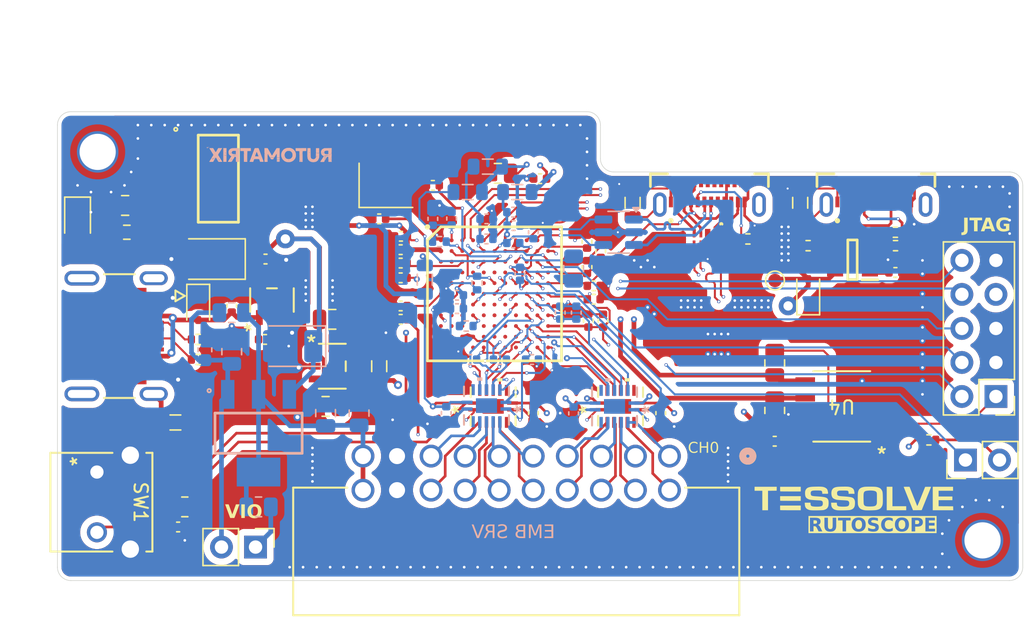
<source format=kicad_pcb>
(kicad_pcb (version 20241229) (generator "pcbnew") (generator_version "9.0")
  (layers (0 "F.Cu" signal) (4 "In1.Cu" signal) (6 "In2.Cu" signal) (2 "B.Cu" signal) (13 "F.Paste" user) (15 "B.Paste" user) (5 "F.SilkS" user "F.Silkscreen") (7 "B.SilkS" user "B.Silkscreen") (1 "F.Mask" user) (3 "B.Mask" user) (25 "Edge.Cuts" user))
  (net 0 "")
  (net 1 "GND")
  (net 2 "Net-(IC1-XTALIN)")
  (net 3 "Net-(IC1-XTALOUT)")
  (net 4 "Net-(IC1-RESET#)")
  (net 5 "VIO")
  (net 6 "VBUS_5V")
  (net 7 "+1V2")
  (net 8 "+3V3")
  (net 9 "Net-(J2-Pin_2)")
  (net 10 "Net-(IC1-AVDD)")
  (net 11 "Net-(IC1-U3TXVDDQ)")
  (net 12 "Net-(IC1-U3RXVDDQ)")
  (net 13 "Net-(IC1-CVDDQ)")
  (net 14 "VBUS_USB3")
  (net 15 "Net-(D3-A2)")
  (net 16 "/Radxa 0 3E/SS_RX-")
  (net 17 "/Radxa 0 3E/SS_RX+")
  (net 18 "/Radxa 0 3E/SS_TX+")
  (net 19 "/Radxa 0 3E/RX+")
  (net 20 "/Radxa 0 3E/SS_TX-")
  (net 21 "/Radxa 0 3E/RX-")
  (net 22 "/Radxa 0 3E/TX+")
  (net 23 "/Radxa 0 3E/TX-")
  (net 24 "Net-(D1-A)")
  (net 25 "Net-(J3-SHIELD1)")
  (net 28 "Net-(IC1-FSLC[0])")
  (net 30 "/I13")
  (net 31 "Net-(IC1-R_USB3)")
  (net 32 "/I1")
  (net 33 "Net-(IC1-R_USB2)")
  (net 34 "/I2C_SCL")
  (net 37 "/I15")
  (net 38 "/I4")
  (net 40 "/Radxa 0 3E/SS_D-")
  (net 44 "/I0")
  (net 51 "/PM_2")
  (net 52 "/I9")
  (net 53 "/I3")
  (net 61 "/PM_0")
  (net 63 "Net-(IC1-TRST#)")
  (net 66 "/PM_1")
  (net 67 "/I2C_SDA")
  (net 68 "Net-(IC1-TDO)")
  (net 71 "/Radxa 0 3E/SS_D+")
  (net 72 "/I5")
  (net 78 "/I2")
  (net 79 "Net-(IC1-TMS)")
  (net 80 "/I14")
  (net 82 "Net-(IC1-TDI)")
  (net 86 "/I6")
  (net 88 "/I12")
  (net 89 "/I10")
  (net 90 "/I7")
  (net 95 "/I11")
  (net 99 "Net-(IC1-TCK)")
  (net 100 "/I8")
  (net 102 "Net-(J1-Pin_2)")
  (net 103 "Net-(J2-Pin_1)")
  (net 106 "Net-(J3-CC1)")
  (net 115 "Net-(J3-CC2)")
  (net 123 "/Radxa 0 3E/D-")
  (net 124 "/Radxa 0 3E/D+")
  (net 125 "/CH4")
  (net 126 "/CH0")
  (net 127 "/CH11")
  (net 128 "/CH3")
  (net 129 "/CH10")
  (net 130 "/CH14")
  (net 131 "/CH9")
  (net 132 "/CH1")
  (net 133 "/CH13")
  (net 134 "/CH2")
  (net 135 "/CH8")
  (net 136 "/CH7")
  (net 137 "/CH6")
  (net 138 "/CH12")
  (net 139 "/CH15")
  (net 140 "/CH5")
  (net 141 "+5V")
  (net 142 "Net-(U2-LX)")
  (net 143 "Net-(PS1-EN)")
  (net 144 "Net-(PS1-ISET)")
  (net 158 "Net-(J5-SHELL_GND)")
  (net 159 "Net-(J6-SHELL_GND)")
  (net 170 "Net-(J5-CC1)")
  (net 179 "Net-(J6-CC1)")
  (footprint "Connector_PinHeader_2.54mm:PinHeader_1x02_P2.54mm_Vertical" (layer "F.Cu") (at 126.255 90.9 -90)
    (property "Reference" "J2" (hide yes))
    (property "Value" "B-2100S02P-A110" (hide yes))
  )
  (footprint "MountingHole:MountingHole_2.7mm_M2.5_ISO14580_Pad_TopOnly" (layer "F.Cu") (at 114.48 61.4)
    (property "Reference" "H2" (hide yes))
    (property "Value" "MountingHole" (hide yes))
  )
  (footprint "Capacitor_SMD:C_0402_1005Metric" (layer "F.Cu") (at 137.1 67.7 180)
    (property "Reference" "C19" (hide yes))
    (property "Value" "100nF" (hide yes))
  )
  (footprint "Inductor_SMD:L_0805_2012Metric" (layer "F.Cu") (at 154.38 65.2 90)
    (property "Reference" "FB7" (hide yes))
    (property "Value" "FerriteBead_Small" (hide yes))
  )
  (footprint "Resistor_SMD:R_0402_1005Metric" (layer "F.Cu") (at 121.98 75.4 180)
    (property "Reference" "R14" (hide yes))
    (property "Value" "5K1" (hide yes))
  )
  (footprint "Resistor_SMD:R_0805_2012Metric" (layer "F.Cu") (at 120.98 87.9)
    (property "Reference" "R9" (hide yes))
    (property "Value" "100K")
  )
  (footprint "USB-C(3.0):USB Plug-GCT_USB4155-03-C_REVA" (layer "F.Cu") (at 172.53 64.3875 180)
    (property "Reference" "J5" (hide yes))
    (property "Value" "USB4155-03-C_REVA" (hide yes))
  )
  (footprint "Capacitor_SMD:C_0805_2012Metric" (layer "F.Cu") (at 131.98 73.9)
    (property "Reference" "C5" (hide yes))
    (property "Value" "10uF_10V" (hide yes))
  )
  (footprint "Capacitor_SMD:C_0402_1005Metric" (layer "F.Cu") (at 137.08 72.9 180)
    (property "Reference" "C15" (hide yes))
    (property "Value" "10nF")
  )
  (footprint "TestPoint:TestPoint_Pad_D1.0mm" (layer "F.Cu") (at 165 71)
    (property "Reference" "TP1" (hide yes))
    (property "Value" "TestPoint_Pad_D1.0mm")
  )
  (footprint "USB-C(3.0):USB Plug-GCT_USB4155-03-C_REVA" (layer "F.Cu") (at 160.11 64.3875 180)
    (property "Reference" "J6" (hide yes))
    (property "Value" "USB4155-03-C_REVA" (hide yes))
  )
  (footprint "Resistor_SMD:R_0603_1608Metric" (layer "F.Cu") (at 116.655 67.4)
    (property "Reference" "R3" (hide yes))
    (property "Value" "470" (hide yes))
  )
  (footprint "Capacitor_SMD:C_0402_1005Metric" (layer "F.Cu") (at 137.08 73.9 180)
    (property "Reference" "C16" (hide yes))
    (property "Value" "100nF")
  )
  (footprint "Diode_SMD:D_SOD-323" (layer "F.Cu") (at 167.48 71.95 90)
    (property "Reference" "D4" (hide yes))
    (property "Value" "SD05_SOD323" (hide yes))
  )
  (footprint "Capacitor_SMD:C_0805_2012Metric" (layer "F.Cu") (at 116.53 65.4 180)
    (property "Reference" "C11" (hide yes))
    (property "Value" "22uF_16V" (hide yes))
  )
  (footprint "Capacitor_SMD:C_0402_1005Metric" (layer "F.Cu") (at 152 68.8 90)
    (property "Reference" "C22" (hide yes))
    (property "Value" "10nF")
  )
  (footprint "Capacitor_SMD:C_0402_1005Metric" (layer "F.Cu") (at 156.48 80.9 90)
    (property "Reference" "C44" (hide yes))
    (property "Value" "100nF")
  )
  (footprint "Capacitor_SMD:C_0402_1005Metric" (layer "F.Cu") (at 152.18 74 90)
    (property "Reference" "C27" (hide yes))
    (property "Value" "100nF" (hide yes))
  )
  (footprint "Crystal:Crystal_SMD_3225-4Pin_3.2x2.5mm" (layer "F.Cu") (at 135.98 63.9)
    (property "Reference" "Y1" (hide yes))
    (property "Value" "19.2 MHz")
  )
  (footprint "Resistor_SMD:R_0805_2012Metric" (layer "F.Cu") (at 164.98 80.7 -90)
    (property "Reference" "R10" (hide yes))
    (property "Value" "2K")
  )
  (footprint "Resistor_SMD:R_0402_1005Metric" (layer "F.Cu") (at 173.99 68.4)
    (property "Reference" "R17" (hide yes))
    (property "Value" "200R 1%" (hide yes))
  )
  (footprint "Resistor_SMD:R_0402_1005Metric" (layer "F.Cu") (at 167.47 68.4 180)
    (property "Reference" "R16" (hide yes))
    (property "Value" "10K" (hide yes))
  )
  (footprint "RA Tactile Switch:SW2_1825027-E_TEC" (layer "F.Cu") (at 114.42445 85.299999 -90)
    (property "Reference" "SW1")
    (property "Value" "1-1825027-4")
  )
  (footprint "Connector_PinHeader_2.54mm:PinHeader_2x05_P2.54mm_Vertical" (layer "F.Cu") (at 181.48 79.66 180)
    (property "Reference" "J4" (hide yes))
    (property "Value" "Conn_ARM_JTAG_SWD_10" (hide yes))
  )
  (footprint "Capacitor_SMD:C_0402_1005Metric" (layer "F.Cu") (at 137.08 69.7 180)
    (property "Reference" "C23" (hide yes))
    (property "Value" "10nF" (hide yes))
  )
  (footprint "Capacitor_SMD:C_0402_1005Metric" (layer "F.Cu") (at 120.48 89.4)
    (property "Reference" "C3" (hide yes))
    (property "Value" "100nF_25V")
  )
  (footprint "Resistor_SMD:R_0402_1005Metric" (layer "F.Cu") (at 162.98 67.9)
    (property "Reference" "R19" (hide yes))
    (property "Value" "5K1" (hide yes))
  )
  (footprint "USB_Overvoltage protection:TSOP5_3X1P5_ONS" (layer "F.Cu") (at 127.48 72.4602 90)
    (property "Reference" "U9" (hide yes))
    (property "Value" "NCP360SNT1G")
  )
  (footprint "Connector_PinHeader_2.54mm:PinHeader_1x02_P2.54mm_Vertical" (layer "F.Cu") (at 179.205 84.4 90)
    (property "Reference" "J1" (hide yes))
    (property "Value" "B-2100S02P-A110" (hide yes))
  )
  (footprint "Capacitor_SMD:C_0402_1005Metric" (layer "F.Cu") (at 151.48 72.4)
    (property "Reference" "C28" (hide yes))
    (property "Value" "100nF" (hide yes))
  )
  (footprint "Resistor_SMD:R_0402_1005Metric" (layer "F.Cu") (at 121.98 76.9 180)
    (property "Reference" "R15" (hide yes))
    (property "Value" "5K1")
  )
  (footprint "Capacitor_SMD:C_0805_2012Metric" (layer "F.Cu") (at 144.33 63 180)
    (property "Reference" "C33" (hide yes))
    (property "Value" "22uF_6.3V" (hide yes))
  )
  (footprint "TXU0104QWBQARQ1-LVL_SHIFTER:WQFN14_BQA_TEX" (layer "F.Cu") (at 153.48 80.4 90)
    (property "Reference" "U7" (hide yes))
    (property "Value" "TXU0104QWBQARQ1" (hide yes))
  )
  (footprint "MountingHole:MountingHole_2.7mm_M2.5_ISO14580_Pad_TopOnly" (layer "F.Cu") (at 180.48 90.4)
    (property "Reference" "H1" (hide yes))
    (property "Value" "MountingHole" (hide yes))
  )
  (footprint "Diode_SMD:D_SOD-323" (layer "F.Cu") (at 121.98 72.9 -90)
    (property "Reference" "D3" (hide yes))
    (property "Value" "SD05_SOD323" (hide yes))
  )
  (footprint "Capacitor_SMD:C_0402_1005Metric" (layer "F.Cu") (at 150.98 70 90)
    (property "Reference" "C21" (hide yes))
    (property "Value" "100nF")
  )
  (footprint "Tessolve Logo:Logo" (layer "F.Cu") (at 170.98 87.4)
    (property "Reference" "G***" (hide yes))
    (property "Value" "LOGO" (hide yes))
  )
  (footprint "Resistor_SMD:R_0402_1005Metric" (layer "F.Cu") (at 173.98 67.4)
    (property "Reference" "R18" (hide yes))
    (property "Value" "10K" (hide yes))
  )
  (footprint "Capacitor_SMD:C_0402_1005Metric" (layer "F.Cu") (at 150.98 68.1 90)
    (property "Reference" "C32" (hide yes))
    (property "Value" "10nF")
  )
  (footprint "Capacitor_SMD:C_0402_1005Metric" (layer "F.Cu") (at 135.48 66.4 180)
    (property "Reference" "C2" (hide yes))
    (property "Value" "13pF_50V")
  )
  (footprint "Inductor_SMD:L_0805_2012Metric" (layer "F.Cu") (at 120.28 81.6)
    (property "Reference" "FB6" (hide yes))
    (property "Value" "FerriteBead_Small" (hide yes))
  )
  (footprint "Capacitor_SMD:C_0402_1005Metric" (layer "F.Cu") (at 146.98 80.9 90)
    (property "Reference" "C45" (hide yes))
    (property "Value" "100nF")
  )
  (footprint "USB C Type SMD:MOLEX_1054500101" (layer "F.Cu") (at 111.53 75.15 -90)
    (property "Reference" "J3" (hide yes))
    (property "Value" "1054500101")
  )
  (footprint "Capacitor_SMD:C_0402_1005Metric" (layer "F.Cu") (at 173.98 70.4)
    (property "Reference" "C52" (hide yes))
    (property "Value" "10uF" (hide yes))
  )
  (footprint "3.3V Linear Voltage Regulator:SOT230P700X180-4N" (layer "F.Cu") (at 123.48 63.4)
    (property "Reference" "U1" (hide yes))
    (property "Value" "NCP1117ST33T3G" (hide yes))
  )
  (footprint "Cypress FX3:CYUSB3014-BZXC" (layer "F.Cu") (at 144.08 72)
    (property "Reference" "IC1" (hide yes))
    (property "Value" "CYUSB3014-BZXC" (hide yes))
  )
  (footprint "RA Male Header-20Pin:CONN_7024720xx_MOL" (layer "F.Cu") (at 157.13 84.11)
    (property "Reference" "J7" (hide yes))
    (property "Value" "702472054")
  )
  (footprint "Capacitor_SMD:C_0402_1005Metric" (layer "F.Cu") (at 124.48 72.88 90)
    (property "Reference" "C47" (hide yes))
    (property "Value" "10uF")
  )
  (footprint "Inductor_SMD:L_0805_2012Metric" (layer "F.Cu") (at 166.88 65.2 90)
    (property "Reference" "FB5" (hide yes))
    (property "Value" "FerriteBead_Small" (hide yes))
  )
  (footprint "Capacitor_Tantalum_SMD:CP_EIA-3528-12_Kemet-T" (layer "F.Cu") (at 123.02 69.4 180)
    (property "Reference" "C10" (hide yes))
    (property "Value" "10uF_25V")
  )
  (footprint "Capacitor_SMD:C_0402_1005Metric" (layer "F.Cu") (at 151.08 74 90)
    (property "Reference" "C30" (hide yes))
    (property "Value" "10nF" (hide yes))
  )
  (footprint "Capacitor_SMD:C_0402_1005Metric" (layer "F.Cu") (at 147.48 63.4 180)
    (property "Reference" "C31" (hide yes))
    (property "Value" "100nF" (hide yes))
  )
  (footprint "Voltage_Regulator-1v2:SOT_CSKTRT_SEM" (layer "F.Cu") (at 131.98 77.4)
    (property "Reference" "U2" (hide yes))
    (property "Value" "SC189CSKTRT" (hide yes))
  )
  (footprint "SY6820AAC-Power Distribution Switch:SOT95P285X140-5N" (layer "F.Cu") (at 170.78 69.45 180)
    (property "Reference" "PS1" (hide yes))
    (property "Value" "SY6280AAC" (hide yes))
  )
  (footprint "LED_SMD:LED_0805_2012Metric" (layer "F.Cu") (at 112.98 66.4625 -90)
    (property "Reference" "D1" (hide yes))
    (property "Value" "LED_Green" (hide yes))
  )
  (footprint "Resistor_SMD:R_0805_2012Metric" (layer "F.Cu") (at 164.98 77.15 90)
    (property "Reference" "R11" (hide yes))
    (property "Value" "2K")
  )
  (footprint "I2C_EEPROM:SO_RMN6TP_STM" (layer "F.Cu") (at 169.98 80.4 180)
    (property "Reference" "U4")
    (property "Value" "M24M02-DRMN6TP" (hide yes))
  )
  (footprint "Resistor_SMD:R_0402_1005Metric" (layer "F.Cu") (at 176.48 82.9 180)
    (property "Reference" "R1" (hide yes))
    (property "Value" "10K")
  )
  (footprint "Capacitor_SMD:C_0402_1005Metric" (layer "F.Cu") (at 139.48 63.9 180)
    (property "Reference" "C1" (hide yes))
    (property "Value" "13pF_50V")
  )
  (footprint "Inductor_SMD:L_0805_2012Metric" (layer "F.Cu") (at 135.48 77.4 -90)
    (property "Reference" "L1" (hide yes))
    (property "Value" "2u2H")
  )
  (footprint "Capacitor_SMD:C_0402_1005Metric" (layer "F.Cu") (at 164.98 83 180)
    (property "Reference" "C7" (hide yes))
    (property "Value" "100nF_25V" (hide yes))
  )
  (footprint "Capacitor_SMD:C_0402_1005Metric" (layer "F.Cu") (at 151.48 71.4)
    (property "Reference" "C46" (hide yes))
    (property "Value" "100nF" (hide yes))
  )
  (footprint "Capacitor_SMD:C_0402_1005Metric" (layer "F.Cu") (at 137.08 68.7 180)
    (property "Reference" "C20" (hide yes))
    (property "Value" "10nF")
  )
  (footprint "Capacitor_SMD:C_0402_1005Metric" (layer "F.Cu") (at 127 69.4)
    (property "Reference" "C48" (hide yes))
    (property "Value" "10uF_10V")
  )
  (footprint "TXU0104QWBQARQ1-LVL_SHIFTER:WQFN14_BQA_TEX" (layer "F.Cu") (at 143.98 80.4 90)
    (property "Reference" "U8" (hide yes))
    (property "Value" "TXU0104QWBQARQ1")
  )
  (footprint "Capacitor_SMD:C_0402_1005Metric" (layer "F.Cu") (at 137.08 70.8 180)
    (property "Reference" "C24" (hide yes))
    (property "Value" "100nF" (hide yes))
  )
  (footprint "TVS_DIODE:UDFEN-10_MO229_LTF-L" (layer "F.Cu") (at 159.98 67.9 -90)
    (property "Reference" "CR2" (hide yes))
    (property "Value" "SP3010-04UTG" (hide yes))
  )
  (footprint "Capacitor_SMD:C_0805_2012Metric" (layer "F.Cu") (at 131.48 80.4 180)
    (property "Reference" "C6" (hide yes))
    (property "Value" "22uF_6.3V" (hide yes))
  )
  (footprint "Capacitor_SMD:C_0402_1005Metric" (layer "F.Cu") (at 126.96 75.4)
    (property "Reference" "C49" (hide yes))
    (property "Value" "100nF_25V")
  )
  (footprint "Capacitor_SMD:C_0402_1005Metric" (layer "B.Cu") (at 141.28 72.1 180)
    (property "Reference" "C18" (hide yes))
    (property "Value" "10nF")
  )
  (footprint "TXU0104QWBQARQ1-LVL_SHIFTER:WQFN14_BQA_TEX" (layer "B.Cu") (at 153.0322 80.4 90)
    (property "Reference" "U5" (hide yes))
    (property "Value" "TXU0104QWBQARQ1" (hide yes))
  )
  (footprint "Capacitor_SMD:C_0402_1005Metric" (layer "B.Cu") (at 146.88 76.9)
    (property "Reference" "C13" (hide yes))
    (property "Value" "100nF")
  )
  (footprint "Capacitor_Tantalum_SMD:CP_EIA-3528-12_Kemet-T" (layer "B.Cu") (at 129.02 75.9 180)
    (property "Reference" "C12" (hide yes))
    (property "Value" "10uF_25V")
  )
  (footprint "Capacitor_SMD:C_0402_1005Metric" (layer "B.Cu") (at 148.98 73.4 90)
    (property "Reference" "C8" (hide yes))
    (property "Value" "10nF")
  )
  (footprint "Capacitor_SMD:C_0402_1005Metric" (layer "B.Cu") (at 144.48 76.9 180)
    (property "Reference" "C26" (hide yes))
    (property "Value" "100nF")
  )
  (footprint "Capacitor_SMD:C_0402_1005Metric" (layer "B.Cu") (at 143.48 67.9)
    (property "Reference" "C38" (hide yes))
    (property "Value" "100nF")
  )
  (footprint "TXU0104QWBQARQ1-LVL_SHIFTER:WQFN14_BQA_TEX" (layer "B.Cu") (at 143.479999 80.3438 90)
    (property "Reference" "U6" (hide yes))
    (property "Value" "TXU0104QWBQARQ1" (hide yes))
  )
  (footprint "Resistor_SMD:R_0805_2012Metric" (layer "B.Cu") (at 149.98 70.1125 -90)
    (property "Reference" "R13" (hide yes))
    (property "Value" "6K04 1%")
  )
  (footprint "Capacitor_SMD:C_0402_1005Metric" (layer "B.Cu") (at 149.98 80.92 90)
    (property "Reference" "C42" (hide yes))
    (property "Value" "100nF")
  )
  (footprint "Capacitor_SMD:C_0402_1005Metric" (layer "B.Cu") (at 146.98 67.4 90)
    (property "Reference" "C40" (hide yes))
    (property "Value" "100nF")
  )
  (footprint "Resistor_SMD:R_0805_2012Metric" (layer "B.Cu") (at 133.98 80.9 -90)
    (property "Reference" "R8" (hide yes))
    (property "Value" "180")
  )
  (footprint "Capacitor_SMD:C_0402_1005Metric" (layer "B.Cu") (at 141.28 73.1 180)
    (property "Reference" "C17" (hide yes))
    (property "Value" "100nF" (hide yes))
  )
  (footprint "Inductor_SMD:L_0805_2012Metric" (layer "B.Cu") (at 138.88 70.9375 90)
    (property "Reference" "FB2" (hide yes))
    (property "Value" "FerriteBead_Small" (hide yes))
  )
  (footprint "Capacitor_SMD:C_0402_1005Metric" (layer "B.Cu") (at 139.48 66.4 90)
    (property "Reference" "C36" (hide yes))
    (property "Value" "22uF_6.3V" (hide yes))
  )
  (footprint "Capacitor_SMD:C_0805_2012Metric" (layer "B.Cu") (at 131.48 80.9 90)
    (property "Reference" "C4" (hide yes))
    (property "Value" "22uF_16V")
  )
  (footprint "Capacitor_SMD:C_0402_1005Metric" (layer "B.Cu") (at 145.48 68.2)
    (property "Reference" "C41" (hide yes))
    (property "Value" "10nF")
  )
  (footprint "Inductor_SMD:L_0805_2012Metric" (layer "B.Cu") (at 145.78 64.4 180)
    (property "Reference" "FB1" (hide yes))
    (property "Value" "FerriteBead_Small" (hide yes))
  )
  (footprint "Capacitor_SMD:C_0402_1005Metric" (layer "B.Cu") (at 150.18 73.4 90)
    (property "Reference" "C14" (hide yes))
    (property "Value" "100nF" (hide yes))
  )
  (footprint "Capacitor_SMD:C_0402_1005Metric" (layer "B.Cu") (at 140.48 80.9 90)
    (property "Reference" "C43" (hide yes))
    (property "Value" "100nF")
  )
  (footprint "Inductor_SMD:L_0805_2012Metric" (layer "B.Cu") (at 143.58 62.5 180)
    (property "Reference" "FB4" (hide yes))
    (property "Value" "FerriteBead_Small" (hide yes))
  )
  (footprint "Inductor_SMD:L_0805_2012Metric" (layer "B.Cu") (at 142.08 64.4 180)
    (property "Reference" "FB3" (hide yes))
    (property "Value" "FerriteBead_Small" (hide yes))
  )
  (footprint "Logo:Ruto_Logo" (layer "B.Cu") (at 127.48 61.9 180)
    (property "Reference" "G***" (hide yes))
    (property "Value" "LOGO" (hide yes))
  )
  (footprint "Resistor_SMD:R_0805_2012Metric" (layer "B.Cu") (at 126.48 87.9 180)
    (property "Reference" "R7" (hide yes))
    (property "Value" "1K5")
  )
  (footprint "3.3V Linear Voltage Regulator:SOT230P700X180-4N" (layer "B.Cu") (at 126.48 82.4 -90)
    (property "Reference" "U3" (hide yes))
    (property "Value" "NCP1117ST33T3G" (hide yes))
  )
  (footprint "Resistor_SMD:R_0805_2012Metric" (layer "B.Cu") (at 124.48 73.4)
    (property "Reference" "R6" (hide yes))
    (property "Value" "4K7")
  )
  (footprint "Package_TO_SOT_SMD:SOT-23-6" (layer "B.Cu") (at 153.3425 67.4 180)
    (property "Reference" "U11" (hide yes))
    (property "Value" "WE-TVS-82400102" (hide yes))
  )
  (footprint "Capacitor_SMD:C_0402_1005Metric" (layer "B.Cu") (at 145.5 66.9)
    (property "Reference" "C39" (hide yes))
    (property "Value" "100nF" (hide yes))
  )
  (footprint "Resistor_SMD:R_0402_1005Metric" (layer "B.Cu") (at 141.97 74.4 180)
    (property "Reference" "R2" (hide yes))
    (property "Value" "10K")
  )
  (footprint "Resistor_SMD:R_0402_1005Metric" (layer "B.Cu") (at 139.97 68.1 180)
    (property "Reference" "R12" (hide yes))
    (property "Value" "200R 1%" (hide yes))
  )
  (footprint "Resistor_SMD:R_0805_2012Metric" (layer "B.Cu") (at 124.48 76.3125 -90)
    (property "Reference" "R5" (hide yes))
    (property "Value" "2K")
  )
  (footprint "Capacitor_SMD:C_0402_1005Metric" (layer "B.Cu") (at 143.48 66.4)
    (property "Reference" "C35" (hide yes))
    (property "Value" "22uF_6.3V")
  )
  (footprint "Capacitor_SMD:C_0402_1005Metric" (layer "B.Cu") (at 142.26 76.9 180)
    (property "Reference" "C29" (hide yes))
    (property "Value" "100nF")
  )
  (footprint "Capacitor_SMD:C_0402_1005Metric" (layer "B.Cu") (at 145.98 70.5 90)
    (property "Reference" "C25" (hide yes))
    (property "Value" "10nF")
  )
  (footprint "Capacitor_SMD:C_0603_1608Metric" (layer "B.Cu") (at 122.48 76.175 90)
    (property "Reference" "C9" (hide yes))
    (property "Value" "1uF")
  )
  (footprint "Capacitor_SMD:C_0402_1005Metric" (layer "B.Cu") (at 145.48 65.9)
    (property "Reference" "C34" (hide yes))
    (property "Value" "22uF_6.3V")
  )
  (footprint "Capacitor_SMD:C_0402_1005Metric" (layer "B.Cu") (at 140.88 66.38 90)
    (property "Reference" "C37" (hide yes))
    (property "Value" "100nF")
  )
  (footprint "Resistor_SMD:R_0402_1005Metric" (layer "B.Cu") (at 142.78 71.19 90)
    (property "Reference" "R4" (hide yes))
    (property "Value" "10K" (hide yes))
  )
  (gr_arc (start 112.48 93.4) (mid 111.772893 93.107107) (end 111.48 92.4) (stroke (width 0.05)) (layer "Edge.Cuts"))
  (gr_line (start 182.48 93.4) (end 112.48 93.4) (stroke (width 0.05)) (layer "Edge.Cuts"))
  (gr_arc (start 182.48 62.9) (mid 183.187107 63.192893) (end 183.48 63.9) (stroke (width 0.05)) (layer "Edge.Cuts"))
  (gr_arc (start 150.98 58.4) (mid 151.687107 58.692893) (end 151.98 59.4) (stroke (width 0.05)) (layer "Edge.Cuts"))
  (gr_arc (start 183.48 92.4) (mid 183.187107 93.107107) (end 182.48 93.4) (stroke (width 0.05)) (layer "Edge.Cuts"))
  (gr_line (start 152.98 62.9) (end 182.48 62.9) (stroke (width 0.05)) (layer "Edge.Cuts"))
  (gr_arc (start 111.48 59.4) (mid 111.772893 58.692893) (end 112.48 58.4) (stroke (width 0.05)) (layer "Edge.Cuts"))
  (gr_line (start 111.48 92.4) (end 111.48 59.4) (stroke (width 0.05)) (layer "Edge.Cuts"))
  (gr_arc (start 152.98 62.9) (mid 152.272893 62.607107) (end 151.98 61.9) (stroke (width 0.05)) (layer "Edge.Cuts"))
  (gr_line (start 183.48 63.9) (end 183.48 92.4) (stroke (width 0.05)) (layer "Edge.Cuts"))
  (gr_line (start 112.48 58.4) (end 150.98 58.4) (stroke (width 0.05)) (layer "Edge.Cuts"))
  (gr_line (start 151.98 59.4) (end 151.98 61.9) (stroke (width 0.05)) (layer "Edge.Cuts"))
  (gr_text "VIO\n" (at 123.98 88.9 0) (layer "F.SilkS") (effects (font (size 1 1) (thickness 0.2) (bold yes)) (justify left bottom)))
  (gr_text "CH0\n" (at 158.5 84 0) (layer "F.SilkS") (effects (font (size 0.8 0.8) (thickness 0.1)) (justify left bottom)))
  (gr_text "JTAG" (at 178.98 67.5 0) (layer "F.SilkS") (effects (font (size 1 1) (thickness 0.2) (bold yes)) (justify left bottom)))
  (gr_text "RUTOSCOPE" (at 167.48 89.9 0) (layer "F.SilkS" knockout) (effects (font (size 1 1) (thickness 0.2) (bold yes)) (justify left bottom)))
  (gr_text "EMB SRV" (at 148.6 90.4 0) (layer "B.SilkS") (effects (font (size 1 1) (thickness 0.1)) (justify left bottom mirror)))
  (segment (start 175.405 64.8875) (end 175.155 65.1375) (width 0.2) (layer "F.Cu") (net 1))
  (segment (start 155.75 80.65) (end 156.48 81.38) (width 0.2) (layer "F.Cu") (net 1))
  (segment (start 137.08 64.75) (end 138.15 64.75) (width 0.2) (layer "F.Cu") (net 1))
  (segment (start 145.68 68) (end 145.68 68.8) (width 0.1524) (layer "F.Cu") (net 1))
  (segment (start 115.58 64.8) (end 116.48 63.9) (width 0.2) (layer "F.Cu") (net 1))
  (segment (start 141.68 75.2) (end 142.48 75.2) (width 0.2) (layer "F.Cu") (net 1))
  (segment (start 166 81) (end 166.035 81.035) (width 0.2) (layer "F.Cu") (net 1))
  (segment (start 136.6 72.9) (end 136.6 73.9) (width 0.2) (layer "F.Cu") (net 1))
  (segment (start 165.9425 64.1375) (end 166.88 64.1375) (width 0.15) (layer "F.Cu") (net 1))
  (segment (start 174.5 70.36) (end 174.46 70.4) (width 0.35) (layer "F.Cu") (net 1))
  (segment (start 145.4278 80.65) (end 146.25 80.65) (width 0.2) (layer "F.Cu") (net 1))
  (segment (start 165.6175 64.1375) (end 165.1175 63.6375) (width 0.2) (layer "F.Cu") (net 1))
  (segment (start 146.25 80.65) (end 146.98 81.38) (width 0.2) (layer "F.Cu") (net 1))
  (segment (start 148.08 76) (end 148.33 76) (width 0.15) (layer "F.Cu") (net 1))
  (segment (start 162.735 65.1375) (end 162.985 64.8875) (width 0.2) (layer "F.Cu") (net 1))
  (segment (start 156.48 81.38) (end 156.96 81.38) (width 0.2) (layer "F.Cu") (net 1))
  (segment (start 146.48 63.4) (end 147 63.4) (width 0.2) (layer "F.Cu") (net 1))
  (segment (start 119.88 72.3) (end 119.73 72.15) (width 0.35) (layer "F.Cu") (net 1))
  (segment (start 121.48 71.35) (end 121.98 71.85) (width 0.2) (layer "F.Cu") (net 1))
  (segment (start 120.08 72.3) (end 119.88 72.3) (width 0.35) (layer "F.Cu") (net 1))
  (segment (start 146.48 68.8) (end 145.68 68.8) (width 0.15) (layer "F.Cu") (net 1))
  (segment (start 152.36 68.32) (end 153.28 67.4) (width 0.2) (layer "F.Cu") (net 1))
  (segment (start 121.3425 81.6) (end 121.3425 81.3875) (width 0.35) (layer "F.Cu") (net 1))
  (segment (start 135.38 63.05) (end 137.08 64.75) (width 0.2) (layer "F.Cu") (net 1))
  (segment (start 119.07 78.15) (end 117.87 78.15) (width 0.2) (layer "F.Cu") (net 1))
  (segment (start 151.08 73.52) (end 150.56 73) (width 0.15) (layer "F.Cu") (net 1))
  (segment (start 153.7175 64.1375) (end 153.38 63.8) (width 0.15) (layer "F.Cu") (net 1))
  (segment (start 151.96 73.3) (end 152.18 73.52) (width 0.15) (layer "F.Cu") (net 1))
  (segment (start 157.235 65.1375) (end 157.235 63.8875) (width 0.2) (layer "F.Cu") (net 1))
  (segment (start 152 68.46) (end 152 68.32) (width 0.15) (layer "F.Cu") (net 1))
  (segment (start 144.08 76) (end 144.48 75.6) (width 0.15) (layer "F.Cu") (net 1))
  (segment (start 140.08 67.9) (end 139.78 67.6) (width 0.15) (layer "F.Cu") (net 1))
  (segment (start 138.15 64.75) (end 139 63.9) (width 0.2) (layer "F.Cu") (net 1))
  (segment (start 163.49 67.9) (end 163.49 66.91) (width 0.15) (layer "F.Cu") (net 1))
  (segment (start 154.9278 80.65) (end 155.75 80.65) (width 0.2) (layer "F.Cu") (net 1))
  (segment (start 127.44 73.80195) (end 127.48 73.76195) (width 0.35) (layer "F.Cu") (net 1))
  (segment (start 156.96 81.38) (end 157.48 81.9) (width 0.2) (layer "F.Cu") (net 1))
  (segment (start 152 68.32) (end 152.36 68.32) (width 0.2) (layer "F.Cu") (net 1))
  (segment (start 174.5 68.4) (end 174.5 70.36) (width 0.35) (layer "F.Cu") (net 1))
  (segment (start 144.08 76) (end 143.601 75.521) (width 0.15) (layer "F.Cu") (net 1))
  (segment (start 120.23 78.15) (end 120.48 78.4) (width 0.2) (layer "F.Cu") (net 1))
  (segment (start 120.96 90.38) (end 120.98 90.4) (width 0.2) (layer "F.Cu") (net 1))
  (segment (start 124.48 72.4) (end 122.53 72.4) (width 0.35) (layer "F.Cu") (net 1))
  (segment (start 117.87 78.15) (end 117.77 78.25) (width 0.2) (layer "F.Cu") (net 1))
  (segment (start 169.655 63.8875) (end 169.655 65.1375) (width 0.15) (layer "F.Cu") (net 1))
  (segment (start 166.88 64.1375) (end 169.405 64.1375) (width 0.15) (layer "F.Cu") (net 1))
  (segment (start 141.68 76) (end 141.38 76.3) (width 0.2) (layer "F.Cu") (net 1))
  (segment (start 136.6 74.28) (end 135.98 74.9) (width 0.2) (layer "F.Cu") (net 1))
  (segment (start 156.985 64.1375) (end 157.485 63.6375) (width 0.15) (layer "F.Cu") (net 1))
  (segment (start 117.87 72.15) (end 117.77 72.05) (width 0.35) (layer "F.Cu") (net 1))
  (segment (start 140.08 68) (end 140.08 67.9) (width 0.15) (layer "F.Cu") (net 1))
  (segment (start 113.605 65.525) (end 112.98 65.525) (width 0.2) (layer "F.Cu") (net 1))
  (segment (start 159.98 67.4682) (end 159.98 68.3318) (width 0.2) (layer "F.Cu") (net 1))
  (segment (start 175.405 63.6375) (end 175.405 64.8875) (width 0.2) (layer "F.Cu") (net 1))
  (segment (start 121.48 69.4) (end 121.48 71.35) (width 0.2) (layer "F.Cu") (net 1))
  (segment (start 115.58 65.4) (end 115.58 64.8) (width 0.2) (layer "F.Cu") (net 1))
  (segment (start 119.98 69.4) (end 121.48 69.4) (width 0.35) (layer "F.Cu") (net 1))
  (segment (start 120.96 89.4) (end 120.96 90.38) (width 0.2) (layer "F.Cu") (net 1))
  (segment (start 146.98 81.38) (end 147.46 81.38) (width 0.2) (layer "F.Cu") (net 1))
  (segment (start 150.46 67.62) (end 150.08 68) (width 0.15) (layer "F.Cu") (net 1))
  (segment (start 140.08 72.8) (end 139.88 72.8) (width 0.1524) (layer "F.Cu") (net 1))
  (segment (start 130.53 80.4) (end 130.18 80.4) (width 0.35) (layer "F.Cu") (net 1))
  (segment (start 148.33 76) (end 148.48 76.15) (width 0.15) (layer "F.Cu") (net 1))
  (segment (start 136.62 68.68) (end 136.6 68.7) (width 0.2) (layer "F.Cu") (net 1))
  (segment (start 142.801 75.521) (end 142.48 75.2) (width 0.15) (layer "F.Cu") (net 1))
  (segment (start 119.07 72.15) (end 117.87 72.15) (width 0.35) (layer "F.Cu") (net 1))
  (segment (start 128.4198 73.76195) (end 128.4198 74.3398) (width 0.35) (layer "F.Cu") (net 1))
  (segment (start 144.88 68.8) (end 145.68 68.8) (width 0.15) (layer "F.Cu") (net 1))
  (segment (start 150.98 69.52) (end 150.98 69.48) (width 0.15) (layer "F.Cu") (net 1))
  (segment (start 148.28 73) (end 148.08 72.8) (width 0.15) (layer "F.Cu") (net 1))
  (segment (start 162.735 65.1375) (end 162.735 66.155) (width 0.2) (layer "F.Cu") (net 1))
  (segment (start 127.44 75.4) (end 127.44 73.80195) (width 0.35) (layer "F.Cu") (net 1))
  (segment (start 150.56 73) (end 149.98 73) (width 0.15) (layer "F.Cu") (net 1))
  (segment (start 136.6 73.9) (end 136.6 74.28) (width 0.2) (layer "F.Cu") (net 1))
  (segment (start 140.88 76) (end 141.68 76) (width 0.2) (layer "F.Cu") (net 1))
  (segment (start 150.98 67.62) (end 150.46 67.62) (width 0.15) (layer "F.Cu") (net 1))
  (segment (start 159.98 69.4) (end 159.98 68.3318) (width 0.15) (layer "F.Cu") (net 1))
  (segment (start 119.73 72.15) (end 119.07 72.15) (width 0.35) (layer "F.Cu") (net 1))
  (segment (start 128.48 69.4) (end 127.48 69.4) (width 0.35) (layer "F.Cu") (net 1))
  (segment (start 169.905 63.6375) (end 169.655 63.8875) (width 0.15) (layer "F.Cu") (net 1))
  (segment (start 162.985 64.8875) (end 162.985 63.6375) (width 0.2) (layer "F.Cu") (net 1))
  (segment (start 151.08 73.52) (end 152.18 73.52) (width 0.15) (layer "F.Cu") (net 1))
  (segment (start 141.68 76) (end 141.68 75.2) (width 0.2) (layer "F.Cu") (net 1))
  (segment (start 145.68 70.4) (end 145.28 70) (width 0.15) (layer "F.Cu") (net 1))
  (segment (start 169.905 63.6375) (end 169.405 64.1375) (width 0.15) (layer "F.Cu") (net 1))
  (segment (start 122.53 72.4) (end 121.98 71.85) (width 0.35) (layer "F.Cu") (net 1))
  (segment (start 173.43 69.45) (end 172.08 69.45) (width 0.35) (layer "F.Cu") (net 1))
  (segment (start 165.1175 63.6375) (end 162.985 63.6375) (width 0.2) (layer "F.Cu") (net 1))
  (segment (start 128.4198 73.76195) (end 127.48 73.76195) (width 0.35) (layer "F.Cu") (net 1))
  (segment (start 128.54 69.46) (end 128.48 69.4) (width 0.35) (layer "F.Cu") (net 1))
  (segment (start 171.5 78.5) (end 172.69915 78.5) (width 0.2) (layer "F.Cu") (net 1))
  (segment (start 151.96 71.4) (end 151.96 72.4) (width 0.15) (layer "F.Cu") (net 1))
  (segment (start 139.88 72.8) (end 139.48 73.2) (width 0.1524) (layer "F.Cu") (net 1))
  (segment (start 130.18 80.4) (end 129.38 81.2) (width 0.35) (layer "F.Cu") (net 1))
  (segment (start 136.6 70.8) (end 136.6 69.7) (width 0.2) (layer "F.Cu") (net 1))
  (segment (start 162.735 66.155) (end 163.48 66.9) (width 0.2) (layer "F.Cu") (net 1))
  (segment (start 166.035 81.035) (end 167.25585 81.035) (width 0.2) (layer "F.Cu") (net 1))
  (segment (start 119.07 78.15) (end 120.23 78.15) (width 0.2) (layer "F.Cu") (net 1))
  (segment (start 149.98 73) (end 149.58 72.6) (width 0.15) (layer "F.Cu") (net 1))
  (segment (start 146.48 68.8) (end 146.78 68.5) (width 0.15) (layer "F.Cu") (net 1))
  (segment (start 140.88 71.2) (end 140.48 71.6) (width 0.15) (layer "F.Cu") (net 1))
  (segment (start 150.56 73) (end 148.28 73) (width 0.15) (layer "F.Cu") (net 1))
  (segment (start 140.08 76) (end 140.88 76) (width 0.2) (layer "F.Cu") (net 1))
  (segment (start 172.70415 79.765) (end 172.70415 78.495) (width 0.2) (layer "F.Cu") (net 1))
  (segment (start 152.58 71.4) (end 151.96 71.4) (width 0.15) (layer "F.Cu") (net 1))
  (segment (start 136.62 67.7) (end 136.62 68.68) (width 0.2) (layer "F.Cu") (net 1))
  (segment (start 128.4198 74.3398) (end 128.98 74.9) (width 0.35) (layer "F.Cu") (net 1))
  (segment (start 154.38 64.1375) (end 153.7175 64.1375) (width 0.15) (layer "F.Cu") (net 1))
  (segment (start 175.155 66.575) (end 175.38 66.8) (width 0.2) (layer "F.Cu") (net 1))
  (segment (start 172.70415 81.035) (end 172.70415 79.765) (width 0.2) (layer "F.Cu") (net 1))
  (segment (start 157.235 63.8875) (end 157.485 63.6375) (width 0.2) (layer "F.Cu") (net 1))
  (segment (start 130.66555 77.4) (end 129.58 77.4) (width 0.35) (layer "F.Cu") (net 1))
  (segment (start 172.69915 78.5) (end 172.70415 78.495) (width 0.2) (layer "F.Cu") (net 1))
  (segment (start 147.46 81.38) (end 147.98 81.9) (width 0.2) (layer "F.Cu") (net 1))
  (segment (start 163.49 66.91) (end 163.48 66.9) (width 0.15) (layer "F.Cu") (net 1))
  (segment (start 134.88 63.05) (end 135.38 63.05) (width 0.2) (layer "F.Cu") (net 1))
  (segment (start 150.98 69.48) (end 152 68.46) (width 0.15) (layer "F.Cu") (net 1))
  (segment (start 129.58 77.4) (end 129.48 77.5) (width 0.35) (layer "F.Cu") (net 1))
  (segment (start 113.98 65.9) (end 113.605 65.525) (width 0.2) (layer "F.Cu") (net 1))
  (segment (start 136.6 69.7) (end 136.6 68.7) (width 0.2) (layer "F.Cu") (net 1))
  (segment (start 175.155 65.1375) (end 175.155 66.575) (width 0.2) (layer "F.Cu") (net 1))
  (segment (start 165.9425 64.1375) (end 165.6175 64.1375) (width 0.2) (layer "F.Cu") (net 1))
  (segment (start 154.38 64.1375) (end 156.985 64.1375) (width 0.15) (layer "F.Cu") (net 1))
  (segment (start 143.601 75.521) (end 142.801 75.521) (width 0.15) (layer "F.Cu") (net 1))
  (via (at 116.48 63.9) (size 0.45) (drill 0.2) (layers "F.Cu" "B.Cu") (net 1))
  (via (at 146.48 59.4) (size 0.45) (drill 0.2) (layers "F.Cu" "B.Cu") (net 1))
  (via (at 130.82 92.4) (size 0.45) (drill 0.2) (layers "F.Cu" "B.Cu") (net 1))
  (via (at 149.48 59.4) (size 0.45) (drill 0.2) (layers "F.Cu" "B.Cu") (net 1))
  (via (at 138.48 59.4) (size 0.45) (drill 0.2) (layers "F.Cu" "B.Cu") (net 1))
  (via (at 130.5 85) (size 0.45) (drill 0.2) (layers "F.Cu" "B.Cu") (net 1))
  (via (at 176 78.5) (size 0.45) (drill 0.2) (layers "F.Cu" "B.Cu") (net 1))
  (via (at 132 72) (size 0.45) (drill 0.2) (layers "F.Cu" "B.Cu") (net 1))
  (via (at 160.5 75) (size 0.45) (drill 0.2) (layers "F.Cu" "B.Cu") (net 1))
  (via (at 134.48 59.4) (size 0.45) (drill 0.2) (layers "F.Cu" "B.Cu") (net 1))
  (via (at 150.9 92.4) (size 0.45) (drill 0.2) (layers "F.Cu" "B.Cu") (net 1))
  (via (at 176 72) (size 0.45) (drill 0.2) (layers "F.Cu" "B.Cu") (net 1))
  (via (at 164 72.5) (size 0.45) (drill 0.2) (layers "F.Cu" "B.Cu") (net 1))
  (via (at 139.82 92.4) (size 0.45) (drill 0.2) (layers "F.Cu" "B.Cu") (net 1))
  (via (at 147.23 77.4) (size 0.25) (drill 0.15) (layers "F.Cu" "B.Cu") (net 1))
  (via (at 148.48 76.15) (size 0.25) (drill 0.15) (layers "F.Cu" "B.Cu") (net 1))
  (via (at 163.5 73) (size 0.45) (drill 0.2) (layers "F.Cu" "B.Cu") (net 1))
  (via (at 165.98 92.4) (size 0.45) (drill 0.2) (layers "F.Cu" "B.Cu") (net 1))
  (via (at 135.82 92.4) (size 0.45) (drill 0.2) (layers "F.Cu" "B.Cu") (net 1))
  (via (at 163.48 66.9) (size 0.25) (drill 0.15) (layers "F.Cu" "B.Cu") (net 1))
  (via (at 161.5 75) (size 0.45) (drill 0.2) (layers "F.Cu" "B.Cu") (net 1))
  (via (at 146.78 68.5) (size 0.25) (drill 0.15) (layers "F.Cu" "B.Cu") (net 1))
  (via (at 135.48 59.4) (size 0.45) (drill 0.2) (layers "F.Cu" "B.Cu") (net 1))
  (via (at 176 77.5) (size 0.45) (drill 0.2) (layers "F.Cu" "B.Cu") (net 1))
  (via (at 161 75) (size 0.45) (drill 0.2) (layers "F.Cu" "B.Cu") (net 1))
  (via (at 166 81) (size 0.45) (drill 0.2) (layers "F.Cu" "B.Cu") (net 1))
  (via (at 171.5 78.5) (size 0.45) (drill 0.2) (layers "F.Cu" "B.Cu") (net 1))
  (via (at 142.48 59.4) (size 0.45) (drill 0.2) (layers "F.Cu" "B.Cu") (net 1))
  (via (at 159 73) (size 0.45) (drill 0.2) (layers "F.Cu" "B.Cu") (net 1))
  (via (at 129.48 77.5) (size 0.6) (drill 0.3) (layers "F.Cu" "B.Cu") (net 1))
  (via (at 130 67) (size 0.45) (drill 0.2) (layers "F.Cu" "B.Cu") (net 1))
  (via (at 137.82 92.4) (size 0.45) (drill 0.2) (layers "F.Cu" "B.Cu") (net 1))
  (via (at 128.98 74.9) (size 0.6) (drill 0.3) (layers "F.Cu" "B.Cu") (net 1))
  (via (at 158 72.5) (size 0.45) (drill 0.2) (layers "F.Cu" "B.Cu") (net 1))
  (via (at 166 68) (size 0.45) (drill 0.2) (layers "F.Cu" "B.Cu") (net 1))
  (via (at 158.9 92.4) (size 0.45) (drill 0.2) (layers "F.Cu" "B.Cu") (net 1))
  (via (at 176 75.5) (size 0.45) (drill 0.2) (layers "F.Cu" "B.Cu") (net 1))
  (via (at 120.98 90.4) (size 0.45) (drill 0.2) (layers "F.Cu" "B.Cu") (net 1))
  (via (at 132 72.5) (size 0.45) (drill 0.2) (layers "F.Cu" "B.Cu") (net 1))
  (via (at 182 64) (size 0.45) (drill 0.2) (layers "F.Cu" "B.Cu") (net 1))
  (via (at 139.48 73.2) (size 0.25) (drill 0.15) (layers "F.Cu" "B.Cu") (net 1))
  (via (at 165.5 69.5) (size 0.45) (drill 0.2) (layers "F.Cu" "B.Cu") (net 1))
  (via (at 163 73) (size 0.45) (drill 0.2) (layers "F.Cu" "B.Cu") (net 1))
  (via (at 112.98 63.9) (size 0.45) (drill 0.2) (layers "F.Cu" "B.Cu") (net 1))
  (via (at 117.48 59.4) (size 0.45) (drill 0.2) (layers "F.Cu" "B.Cu") (net 1))
  (via (at 176 69.5) (size 0.45) (drill 0.2) (layers "F.Cu" "B.Cu") (net 1))
  (via (at 121.48 59.4) (size 0.45) (drill 0.2) (layers "F.Cu" "B.Cu") (net 1))
  (via (at 181.98 87.9) (size 0.45) (drill 0.2) (layers "F.Cu" "B.Cu") (net 1))
  (via (at 151.9 92.4) (size 0.45) (drill 0.2) (layers "F.Cu" "B.Cu") (net 1))
  (via (at 165.5 68.5) (size 0.45) (drill 0.2) (layers "F.Cu" "B.Cu") (net 1))
  (via (at 113.98 64.4) (size 0.45) (drill 0.2) (layers "F.Cu" "B.Cu") (net 1))
  (via (at 122.48 59.4) (size 0.45) (drill 0.2) (layers "F.Cu" "B.Cu") (net 1))
  (via (at 140.48 71.6) (size 0.25) (drill 0.15) (layers "F.Cu" "B.Cu") (net 1))
  (via (at 174.98 92.4) (size 0.45) (drill 0.2) (layers "F.Cu" "B.Cu") (net 1))
  (via (at 157.9 92.4) (size 0.45) (drill 0.2) (layers "F.Cu" "B.Cu") (net 1))
  (via (at 163.5 72.5) (size 0.45) (drill 0.2) (layers "F.Cu" "B.Cu") (net 1))
  (via (at 178.98 87.9) (size 0.45) (drill 0.2) (layers "F.Cu" "B.Cu") (net 1))
  (via (at 176 73) (size 0.45) (drill 0.2) (layers "F.Cu" "B.Cu") (net 1))
  (via (at 119.48 59.4) (size 0.45) (drill 0.2) (layers "F.Cu" "B.Cu") (net 1))
  (via (at 153.38 63.8) (size 0.25) (drill 0.15) (layers "F.Cu" "B.Cu") (net 1))
  (via (at 128.73 75.9) (size 0.45) (drill 0.2) (layers "F.Cu" "B.Cu") (net 1))
  (via (at 143.9 92.4) (size 0.45) (drill 0.2) (layers "F.Cu" "B.Cu") (net 1))
  (via (at 164.5 73) (size 0.45) (drill 0.2) (layers "F.Cu" "B.Cu") (net 1))
  (via (at 163.98 92.4) (size 0.45) (drill 0.2) (layers "F.Cu" "B.Cu") (net 1))
  (via (at 162.5 73) (size 0.45) (drill 0.2) (layers "F.Cu" "B.Cu") (net 1))
  (via (at 157.48 81.9) (size 0.45) (drill 0.2) (layers "F.Cu" "B.Cu") (net 1))
  (via (at 141.38 76.3) (size 0.25) (drill 0.15) (layers "F.Cu" "B.Cu") (net 1))
  (via (at 144.48 75.6) (size 0.25) (drill 0.15) (layers "F.Cu" "B.Cu") (net 1))
  (via (at 155.5 69.5) (size 0.45) (drill 0.2) (layers "F.Cu" "B.Cu") (net 1))
  (via (at 131.82 92.4) (size 0.45) (drill 0.2) (layers "F.Cu" "B.Cu") (net 1))
  (via (at 160 75) (size 0.45) (drill 0.2) (layers "F.Cu" "B.Cu") (net 1))
  (via (at 168.98 92.4) (size 0.45) (drill 0.2) (layers "F.Cu" "B.Cu") (net 1))
  (via (at 173.98 92.4) (size 0.45) (drill 0.2) (layers "F.Cu" "B.Cu") (net 1))
  (via (at 147.68 66.7) (size 0.25) (drill 0.15) (layers "F.Cu" "B.Cu") (net 1))
  (via (at 136.48 81.4) (size 0.45) (drill 0.2) (layers "F.Cu" "B.Cu") (net 1))
  (via (at 130 71) (size 0.45) (drill 0.2) (layers "F.Cu" "B.Cu") (net 1))
  (via (at 130 72) (size 0.45) (drill 0.2) (layers "F.Cu" "B.Cu") (net 1))
  (via (at 169.98 92.4) (size 0.45) (drill 0.2) (layers "F.Cu" "B.Cu") (net 1))
  (via (at 155 70) (size 0.45) (drill 0.2) (layers "F.Cu" "B.Cu") (net 1))
  (via (at 147.48 59.4) (size 0.45) (drill 0.2) (layers "F.Cu" "B.Cu") (net 1))
  (via (at 142.82 92.4) (size 0.45) (drill 0.2) (layers "F.Cu" "B.Cu") (net 1))
  (via (at 182.5 65.5) (size 0.45) (drill 0.2) (layers "F.Cu" "B.Cu") (net 1))
  (via (at 124.48 59.4) (size 0.45) (drill 0.2) (layers "F.Cu" "B.Cu") (net 1))
  (via (at 118.48 59.4) (size 0.45) (drill 0.2) (layers "F.Cu" "B.Cu") (net 1))
  (via (at 158 73) (size 0.45) (drill 0.2) (layers "F.Cu" "B.Cu") (net 1))
  (via (at 159 72.5) (size 0.45) (drill 0.2) (layers "F.Cu" "B.Cu") (net 1))
  (via (at 177.48 91.4) (size 0.45) (drill 0.2) (layers "F.Cu" "B.Cu") (net 1))
  (via (at 182.5 67.5) (size 0.45) (drill 0.2) (layers "F.Cu" "B.Cu") (net 1))
  (via (at 170.98 92.4) (size 0.45) (drill 0.2) (layers "F.Cu" "B.Cu") (net 1))
  (via (at 145.28 70) (size 0.25) (drill 0.15) (layers "F.Cu" "B.Cu") (net 1))
  (via (at 158.5 73) (size 0.45) (drill 0.2) (layers "F.Cu" "B.Cu") (net 1))
  (via (at 132 71) (size 0.45) (drill 0.2) (layers "F.Cu" "B.Cu") (net 1))
  (via (at 128.48 59.4) (size 0.45) (drill 0.2) (layers "F.Cu" "B.Cu") (net 1))
  (via (at 166.98 92.4) (size 0.45) (drill 0.2) (layers "F.Cu" "B.Cu") (net 1))
  (via (at 130.5 66) (size 0.45) (drill 0.2) (layers "F.Cu" "B.Cu") (net 1))
  (via (at 159.9 92.4) (size 0.45) (drill 0.2) (layers "F.Cu" "B.Cu") (net 1))
  (via (at 152.58 71.4) (size 0.25) (drill 0.15) (layers "F.Cu" "B.Cu") (net 1))
  (via (at 182.5 64.5) (size 0.45) (drill 0.2) (layers "F.Cu" "B.Cu") (net 1))
  (via (at 145.48 59.4) (size 0.45) (drill 0.2) (layers "F.Cu" "B.Cu") (net 1))
  (via (at 130.5 84) (size 0.45) (drill 0.2) (layers "F.Cu" "B.Cu") (net 1))
  (via (at 166 68.5) (size 0.45) (drill 0.2) (layers "F.Cu" "B.Cu") (net 1))
  (via (at 166 69.5) (size 0.45) (drill 0.2) (layers "F.Cu" "B.Cu") (net 1))
  (via (at 128.54 69.46) (size 0.6) (drill 0.3) (layers "F.Cu" "B.Cu") (net 1))
  (via (at 153.9 92.4) (size 0.45) (drill 0.2) (layers "F.Cu" "B.Cu") (net 1))
  (via (at 161.9 92.4) (size 0.45) (drill 0.2) (layers "F.Cu" "B.Cu") (net 1))
  (via (at 156 73.5) (size 0.45) (drill 0.2) (layers "F.Cu" "B.Cu") (net 1))
  (via (at 154.5 69.5) (size 0.45) (drill 0.2) (layers "F.Cu" "B.Cu") (net 1))
  (via (at 139.08 81.7) (size 0.45) (drill 0.2) (layers "F.Cu" "B.Cu") (net 1))
  (via (at 119.98 69.4) (size 0.6) (drill 0.3) (layers "F.Cu" "B.Cu") (net 1))
  (via (at 159.5 72.5) (size 0.45) (drill 0.2) (layers "F.Cu" "B.Cu") (net 1))
  (via (at 139.78 67.6) (size 0.25) (drill 0.15) (layers "F.Cu" "B.Cu") (net 1))
  (via (at 129.48 59.4) (size 0.45) (drill 0.2) (layers "F.Cu" "B.Cu") (net 1))
  (via (at 120.08 72.3) (size 0.6) (drill 0.3) (layers "F.Cu" "B.Cu") (net 1))
  (via (at 159.5 73) (size 0.45) (drill 0.2) (layers "F.Cu" "B.Cu") (net 1))
  (via (at 165.5 67) (size 0.45) (drill 0.2) (layers "F.Cu" "B.Cu") (net 1))
  (via (at 156 70) (size 0.45) (drill 0.2) (layers "F.Cu" "B.Cu") (net 1))
  (via (at 130 65.5) (size 0.45) (drill 0.2) (layers "F.Cu" "B.Cu") (net 1))
  (via (at 175.98 92.4) (size 0.45) (drill 0.2) (layers "F.Cu" "B.Cu") (net 1))
  (via (at 147.9 92.4) (size 0.45) (drill 0.2) (layers "F.Cu" "B.Cu") (net 1))
  (via (at 123.48 59.4) (size 0.45) (drill 0.2) (layers "F.Cu" "B.Cu") (net 1))
  (via (at 135.98 74.9) (size 0.45) (drill 0.2) (layers "F.Cu" "B.Cu") (net 1))
  (via (at 153.28 67.4) (size 0.25) (drill 0.15) (layers "F.Cu" "B.Cu") (net 1))
  (via (at 117.48 60.4) (size 0.45) (drill 0.2) (layers "F.Cu" "B.Cu") (net 1))
  (via (at 173.43 69.45) (size 0.45) (drill 0.2) (layers "F.Cu" "B.Cu") (net 1))
  (via (at 133.48 59.4) (size 0.45) (drill 0.2) (layers "F.Cu" "B.Cu") (net 1))
  (via (at 160.9 92.4) (size 0.45) (drill 0.2) (layers "F.Cu" "B.Cu") (net 1))
  (via (at 134.82 92.4) (size 0.45) (drill 0.2) (layers "F.Cu" "B.Cu") (net 1))
  (via (at 161 76.5) (size 0.45) (drill 0.2) (layers "F.Cu" "B.Cu") (net 1))
  (via (at 150.48 59.4) (size 0.45) (drill 0.2) (layers "F.Cu" "B.Cu") (net 1))
  (via (at 175.38 66.8) (size 0.45) (drill 0.2) (layers "F.Cu" "B.Cu") (net 1))
  (via (at 160.5 76.5) (size 0.45) (drill 0.2) (layers "F.Cu" "B.Cu") (net 1))
  (via (at 144.9 92.4) (size 0.45) (drill 0.2) (layers "F.Cu" "B.Cu") (net 1))
  (via (at 150.08 68) (size 0.25) (drill 0.15) (layers "F.Cu" "B.Cu") (net 1))
  (via (at 150.98 61.4) (size 0.45) (drill 0.2) (layers "F.Cu" "B.Cu") (net 1))
  (via (at 158.5 72.5) (size 0.45) (drill 0.2) (layers "F.Cu" "B.Cu") (net 1))
  (via (at 124.48 74.4) (size 0.45) (drill 0.2) (layers "F.Cu" "B.Cu") (net 1))
  (via (at 130.5 85.5) (size 0.45) (drill 0.2) (layers "F.Cu" "B.Cu") (net 1))
  (via (at 167.98 92.4) (size 0.45) (drill 0.2) (layers "F.Cu" "B.Cu") (net 1))
  (via (at 120.48 78.4) (size 0.6) (drill 0.3) (layers "F.Cu" "B.Cu") (net 1))
  (via (at 146.9 92.4) (size 0.45) (drill 0.2) (layers "F.Cu" "B.Cu") (net 1))
  (via (at 141.48 59.4) (size 0.45) (drill 0.2) (layers "F.Cu" "B.Cu") (net 1))
  (via (at 126.48 59.4) (size 0.45) (drill 0.2) (layers "F.Cu" "B.Cu") (net 1))
  (via (at 148.38 77.7) (size 0.25) (drill 0.15) (layers "F.Cu" "B.Cu") (net 1))
  (via (at 139.98 65.4) (size 0.45) (drill 0.2) (layers "F.Cu" "B.Cu") (net 1))
  (via (at 162.98 92.4) (size 0.45) (drill 0.2) (layers "F.Cu" "B.Cu") (net 1))
  (via (at 133.82 92.4) (size 0.45) (drill 0.2) (layers "F.Cu" "B.Cu") (net 1))
  (via (at 161.5 85) (size 0.45) (drill 0.2) (layers "F.Cu" "B.Cu") (net 1))
  (via (at 164 73) (size 0.45) (drill 0.2) (layers "F.Cu" "B.Cu") (net 1))
  (via (at 177.48 89.9) (size 0.45) (drill 0.2) (layers "F.Cu" "B.Cu") (net 1))
  (via (at 180 64) (size 0.45) (drill 0.2) (layers "F.Cu" "B.Cu") (net 1))
  (via (at 155.9 92.4) (size 0.45) (drill 0.2) (layers "F.Cu" "B.Cu") (net 1))
  (via (at 180.98 87.4) (size 0.45) (drill 0.2) (layers "F.Cu" "B.Cu") (net 1))
  (via (at 117.48 61.9) (size 0.45) (drill 0.2) (layers "F.Cu" "B.Cu") (net 1))
  (via (at 159.98 69.4) (size 0.25) (drill 0.15) (layers "F.Cu" "B.Cu") (net 1))
  (via (at 176 76.5) (size 0.45) (drill 0.2) (layers "F.Cu" "B.Cu") (net 1))
  (via (at 130 72.5) (size 0.45) (drill 0.2) (layers "F.Cu" "B.Cu") (net 1))
  (via (at 145.9 92.4) (size 0.45) (drill 0.2) (layers "F.Cu" "B.Cu") (net 1))
  (via (at 161.5 84) (size 0.45) (drill 0.2) (layers "F.Cu" "B.Cu") (net 1))
  (via (at 179 64) (size 0.45) (drill 0.2) (layers "F.Cu" "B.Cu") (net 1))
  (via (at 136.82 92.4) (size 0.45) (drill 0.2) (layers "F.Cu" "B.Cu") (net 1))
  (via (at 130 66) (size 0.45) (drill 0.2) (layers "F.Cu" "B.Cu") (net 1))
  (via (at 176 79.5) (size 0.45) (drill 0.2) (layers "F.Cu" "B.Cu") (net 1))
  (via (at 150.98 60.4) (size 0.45) (drill 0.2) (layers "F.Cu" "B.Cu") (net 1))
  (via (at 150.98 63.4) (size 0.45) (drill 0.2) (layers "F.Cu" "B.Cu") (net 1))
  (via (at 161.5 84.5) (size 0.45) (drill 0.2) (layers "F.Cu" "B.Cu") (net 1))
  (via (at 181 64) (size 0.45) (drill 0.2) (layers "F.Cu" "B.Cu") (net 1))
  (via (at 166 67) (size 0.45) (drill 0.2) (layers "F.Cu" "B.Cu") (net 1))
  (via (at 131.48 59.4) (size 0.45) (drill 0.2) (layers "F.Cu" "B.Cu") (net 1))
  (via (at 161.5 83.5) (size 0.45) (drill 0.2) (layers "F.Cu" "B.Cu") (net 1))
  (via (at 166 69) (size 0.45) (drill 0.2) (layers "F.Cu" "B.Cu") (net 1))
  (via (at 143.88 65.8) (size 0.25) (drill 0.15) (layers "F.Cu" "B.Cu") (net 1))
  (via (at 136.48 59.4) (size 0.45) (drill 0.2) (layers "F.Cu" "B.Cu") (net 1))
  (via (at 162.5 72.5) (size 0.45) (drill 0.2) (layers "F.Cu" "B.Cu") (net 1))
  (via (at 130 66.5) (size 0.45) (drill 0.2) (layers "F.Cu" "B.Cu") (net 1))
  (via (at 130.5 65.5) (size 0.45) (drill 0.2) (layers "F.Cu" "B.Cu") (net 1))
  (via (at 129.38 81.2) (size 0.6) (drill 0.3) (layers "F.Cu" "B.Cu") (net 1))
  (via (at 182.5 66.5) (size 0.45) (drill 0.2) (layers "F.Cu" "B.Cu") (net 1))
  (via (at 150.98 62.4) (size 0.45) (drill 0.2) (layers "F.Cu" "B.Cu") (net 1))
  (via (at 147.98 81.9) (size 0.45) (drill 0.2) (layers "F.Cu" "B.Cu") (net 1))
  (via (at 172.98 92.4) (size 0.45) (drill 0.2) (layers "F.Cu" "B.Cu") (net 1))
  (via (at 161.5 76.5) (size 0.45) (drill 0.2) (layers "F.Cu" "B.Cu") (net 1))
  (via (at 116.98 62.9) (size 0.45) (drill 0.2) (layers "F.Cu" "B.Cu") (net 1))
  (via (at 141.82 92.4) (size 0.45) (drill 0.2) (layers "F.Cu" "B.Cu") (net 1))
  (via (at 148.48 59.4) (size 0.45) (drill 0.2) (layers "F.Cu" "B.Cu") (net 1))
  (via (at 132.48 59.4) (size 0.45) (drill 0.2) (layers "F.Cu" "B.Cu") (net 1))
  (via (at 162 73) (size 0.45) (drill 0.2) (layers "F.Cu" "B.Cu") (net 1))
  (via (at 130.5 84.5) (size 0.45) (drill 0.2) (layers "F.Cu" "B.Cu") (net 1))
  (via (at 137.48 59.4) (size 0.45) (drill 0.2) (layers "F.Cu" "B.Cu") (net 1))
  (via (at 177.98 88.9) (size 0.45) (drill 0.2) (layers "F.Cu" "B.Cu") (net 1))
  (via (at 144.48 59.4) (size 0.45) (drill 0.2) (layers "F.Cu" "B.Cu") (net 1))
  (via (at 127.48 59.4) (size 0.45) (drill 0.2) (layers "F.Cu" "B.Cu") (net 1))
  (via (at 130.5 66.5) (size 0.45) (drill 0.2) (layers "F.Cu" "B.Cu") (net 1))
  (via (at 143.48 59.4) (size 0.45) (drill 0.2) (layers "F.Cu" "B.Cu") (net 1))
  (via (at 130.5 83.5) (size 0.45) (drill 0.2) (layers "F.Cu" "B.Cu") (net 1))
  (via (at 128.8 92.4) (size 0.45) (drill 0.2) (layers "F.Cu" "B.Cu") (net 1))
  (via (at 146.48 63.4) (size 0.45) (drill 0.2) (layers "F.Cu" "B.Cu") (net 1))
  (via (at 149.9 92.4) (size 0.45) (drill 0.2) (layers "F.Cu" "B.Cu") (net 1))
  (via (at 140.82 92.4) (size 0.45) (drill 0.2) (layers "F.Cu" "B.Cu") (net 1))
  (via (at 120.48 59.4) (size 0.45) (drill 0.2) (layers "F.Cu" "B.Cu") (net 1))
  (via (at 160 76.5) (size 0.45) (drill 0.2) (layers "F.Cu" "B.Cu") (net 1))
  (via (at 156.9 92.4) (size 0.45) (drill 0.2) (layers "F.Cu" "B.Cu") (net 1))
  (via (at 165.9425 64.1375) (size 0.25) (drill 0.15) (layers "F.Cu" "B.Cu") (net 1))
  (via (at 152.9 92.4) (size 0.45) (drill 0.2) (layers "F.Cu" "B.Cu") (net 1))
  (via (at 177.98 92.4) (size 0.45) (drill 0.2) (layers "F.Cu" "B.Cu") (net 1))
  (via (at 154.9 92.4) (size 0.45) (drill 0.2) (layers "F.Cu" "B.Cu") (net 1))
  (via (at 129.8 92.4) (size 0.45) (drill 0.2) (layers "F.Cu" "B.Cu") (net 1))
  (via (at 125.48 59.4) (size 0.45) (drill 0.2) (layers "F.Cu" "B.Cu") (net 1))
  (via (at 163 72.5) (size 0.45) (drill 0.2) (layers "F.Cu" "B.Cu") (net 1))
  (via (at 138.82 92.4) (size 0.45) (drill 0.2) (layers "F.Cu" "B.Cu") (net 1))
  (via (at 176 70.5) (size 0.45) (drill 0.2) (layers "F.Cu" "B.Cu") (net 1))
  (via (at 162 72.5) (size 0.45) (drill 0.2) (layers "F.Cu" "B.Cu") (net 1))
  (via (at 130.5 86) (size 0.45) (drill 0.2) (layers "F.Cu" "B.Cu") (net 1))
  (via (at 148.98 80.9) (size 0.45) (drill 0.2) (layers "F.Cu" "B.Cu") (net 1))
  (via (at 165.5 69) (size 0.45) (drill 0.2) (layers "F.Cu" "B.Cu") (net 1))
  (via (at 165.5 67.5) (size 0.45) (drill 0.2) (layers "F.Cu" "B.Cu") (net 1))
  (via (at 179.98 87.4) (size 0.45) (drill 0.2) (layers "F.Cu" "B.Cu") (net 1))
  (via (at 164.98 92.4) (size 0.45) (drill 0.2) (layers "F.Cu" "B.Cu") (net 1))
  (via (at 166 67.5) (size 0.45) (drill 0.2) (layers "F.Cu" "B.Cu") (net 1))
  (via (at 130.5 67) (size 0.45) (drill 0.2) (layers "F.Cu" "B.Cu") (net 1))
  (via (at 164.5 72.5) (size 0.45) (drill 0.2) (layers "F.Cu" "B.Cu") (net 1))
  (via (at 113.98 65.9) (size 0.45) (drill 0.2) (layers "F.Cu" "B.Cu") (net 1))
  (via (at 139.48 59.4) (size 0.45) (drill 0.2) (layers "F.Cu" "B.Cu") (net 1))
  (via (at 149.58 72.6) (size 0.25) (drill 0.15) (layers "F.Cu" "B.Cu") (net 1))
  (via (at 171.98 92.4) (size 0.45) (drill 0.2) (layers "F.Cu" "B.Cu") (net 1))
  (via (at 165.5 68) (size 0.45) (drill 0.2) (layers "F.Cu" "B.Cu") (net 1))
  (via (at 130.48 59.4) (size 0.45) (drill 0.2) (layers "F.Cu" "B.Cu") (net 1))
  (via (at 132.82 92.4) (size 0.45) (drill 0.2) (layers "F.Cu" "B.Cu") (net 1))
  (via (at 176.98 92.4) (size 0.45) (drill 0.2) (layers "F.Cu" "B.Cu") (net 1))
  (via (at 130 71.5) (size 0.45) (drill 0.2) (layers "F.Cu" "B.Cu") (net 1))
  (via (at 148.9 92.4) (size 0.45) (drill 0.2) (layers "F.Cu" "B.Cu") (net 1))
  (via (at 161.5 86) (size 0.45) (drill 0.2) (layers "F.Cu" "B.Cu") (net 1))
  (via (at 178 64) (size 0.45) (drill 0.2) (layers "F.Cu" "B.Cu") (net 1))
  (via (at 155.5 73) (size 0.45) (drill 0.2) (layers "F.Cu" "B.Cu") (net 1))
  (via (at 115.48 64.4) (size 0.45) (drill 0.2) (layers "F.Cu" "B.Cu") (net 1))
  (via (at 161.5 85.5) (size 0.45) (drill 0.2) (layers "F.Cu" "B.Cu") (net 1))
  (via (at 140.48 59.4) (size 0.45) (drill 0.2) (layers "F.Cu" "B.Cu") (net 1))
  (via (at 176 74.5) (size 0.45) (drill 0.2) (layers "F.Cu" "B.Cu") (net 1))
  (via (at 132 71.5) (size 0.45) (drill 0.2) (layers "F.Cu" "B.Cu") (net 1))
  (segment (start 141.7862 80.5938) (end 141 81.38) (width 0.2) (layer "B.Cu") (net 1))
  (segment (start 142.28 71.2) (end 140.88 71.2) (width 0.1524) (layer "B.Cu") (net 1))
  (segment (start 149.98 81.4) (end 149.48 81.4) (width 0.2) (layer "B.Cu") (net 1))
  (segment (start 150.73 80.65) (end 151.5844 80.65) (width 0.2) (layer "B.Cu") (net 1))
  (segment (start 124.48 75.4) (end 122.48 75.4) (width 0.35) (layer "B.Cu") (net 1))
  (segment (start 148.98 72.92) (end 149.26 72.92) (width 0.1524) (layer "B.Cu") (net 1))
  (segment (start 153.28 67.4) (end 154.48 67.4) (width 0.15) (layer "B.Cu") (net 1))
  (segment (start 156.48 80.9) (end 157.48 81.9) (width 0.1524) (layer "B.Cu") (net 1))
  (segment (start 145.98 65.92) (end 145.96 65.9) (width 0.15) (layer "B.Cu") (net 1))
  (segment (start 152.205 67.4) (end 153.28 67.4) (width 0.15) (layer "B.Cu") (net 1))
  (segment (start 146.78 68.5) (end 146.26 68.5) (width 0.15) (layer "B.Cu") (net 1))
  (segment (start 148.48 76.15) (end 148.48 77.6) (width 0.15) (layer "B.Cu") (net 1))
  (segment (start 139.46 68.1) (end 139.46 67.92) (width 0.1524) (layer "B.Cu") (net 1))
  (segment (start 147.36 77.27) (end 147.23 77.4) (width 0.15) (layer "B.Cu") (net 1))
  (segment (start 128.73 75.9) (end 127.48 75.9) (width 0.35) (layer "B.Cu") (net 1))
  (segment (start 140.8 73.1) (end 140.8 75.72) (width 0.15) (layer "B.Cu") (net 1))
  (segment (start 141.78 76.9) (end 141.78 76.7) (width 0.15) (layer "B.Cu") (net 1))
  (segment (start 150.18 72.92) (end 148.98 72.92) (width 0.1524) (layer "B.Cu") (net 1))
  (segment (start 147.68 66.7) (end 147.46 66.92) (width 0.15) (layer "B.Cu") (net 1))
  (segment (start 146.26 68.5) (end 145.96 68.2) (width 0.15) (layer "B.Cu") (net 1))
  (segment (start 139.48 65.92) (end 140.86 65.92) (width 0.15) (layer "B.Cu") (net 1))
  (segment (start 146.622199 70.3522) (end 146.289999 70.02) (width 0.1524) (layer "B.Cu") (net 1))
  (segment (start 139.48 65.9) (end 139.98 65.4) (width 0.15) (layer "B.Cu") (net 1))
  (segment (start 141.78 76.7) (end 141.38 76.3) (width 0.15) (layer "B.Cu") (net 1))
  (segment (start 149.98 71.025) (end 149.3072 70.3522) (width 0.1524) (layer "B.Cu") (net 1))
  (segment (start 149.48 81.4) (end 148.98 80.9) (width 0.2) (layer "B.Cu") (net 1))
  (segment (start 135.0675 79.9875) (end 136.48 81.4) (width 0.2) (layer "B.Cu") (net 1))
  (segment (start 150.18 72.92) (end 150.337436 72.92) (width 0.1524) (layer "B.Cu") (net 1))
  (segment (start 139.5 81.38) (end 140.48 81.38) (width 0.2) (layer "B.Cu") (net 1))
  (segment (start 143.96 66.4) (end 143.96 67.9) (width 0.15) (layer "B.Cu") (net 1))
  (segment (start 140.8 75.72) (end 141.38 76.3) (width 0.15) (layer "B.Cu") (net 1))
  (segment (start 145.98 66.9) (end 146.96 66.9) (width 0.15) (layer "B.Cu") (net 1))
  (segment (start 141 81.38) (end 140.48 81.38) (width 0.2) (layer "B.Cu") (net 1))
  (segment (start 145.98 66.9) (end 145.98 65.92) (width 0.15) (layer "B.Cu") (net 1))
  (segment (start 139.46 67.92) (end 139.78 67.6) (width 0.1524) (layer "B.Cu") (net 1))
  (segment (start 140.88 71.2) (end 140.48 71.6) (width 0.1524) (layer "B.Cu") (net 1))
  (segment (start 143.96 66.4) (end 143.96 65.88) (width 0.15) (layer "B.Cu") (net 1))
  (segment (start 139.18 81.7) (end 139.5 81.38) (width 0.2) (layer "B.Cu") (net 1))
  (segment (start 140.86 65.92) (end 140.88 65.9) (width 0.15) (layer "B.Cu") (net 1))
  (segment (start 140.8 73.1) (end 140.8 72.1) (width 0.15) (layer "B.Cu") (net 1))
  (segment (start 139.08 81.7) (end 139.18 81.7) (width 0.2) (layer "B.Cu") (net 1))
  (segment (start 149.3072 70.3522) (end 146.622199 70.3522) (width 0.1524) (layer "B.Cu") (net 1))
  (segment (start 140.8 72.1) (end 140.8 71.92) (width 0.35) (layer "B.Cu") (net 1))
  (segment (start 145.96 70) (end 145.98 70.02) (width 0.15) (layer "B.Cu") (net 1))
  (segment (start 149.98 81.4) (end 150.73 80.65) (width 0.2) (layer "B.Cu") (net 1))
  (segment (start 131.48 79.95) (end 133.9425 79.95) (width 0.2) (layer "B.Cu") (net 1))
  (segment (start 146.289999 70.02) (end 145.98 70.02) (width 0.1524) (layer "B.Cu") (net 1))
  (segment (start 142.78 71.7) (end 142.28 71.2) (width 0.1524) (layer "B.Cu") (net 1))
  (segment (start 133.9425 79.95) (end 133.98 79.9875) (width 0.2) (layer "B.Cu") (net 1))
  (segment (start 124.48 75.4) (end 124.48 74.4) (width 0.35) (layer "B.Cu") (net 1))
  (segment (start 139.48 65.92) (end 139.48 65.9) (width 0.15) (layer "B.Cu") (net 1))
  (segment (start 148.48 77.6) (end 148.38 77.7) (width 0.15) (layer "B.Cu") (net 1))
  (segment (start 145.28 70) (end 145.96 70) (width 0.15) (layer "B.Cu") (net 1))
  (segment (start 144 76.08) (end 144 76.9) (width 0.15) (layer "B.Cu") (net 1))
  (segment (start 134.4675 79.9875) (end 133.98 79.9875) (width 0.35) (layer "B.Cu") (net 1))
  (segment (start 144.48 75.6) (end 144 76.08) (width 0.15) (layer "B.Cu") (net 1))
  (segment (start 140.8 71.92) (end 140.48 71.6) (width 0.35) (layer "B.Cu") (net 1))
  (segment (start 147.36 76.9) (end 147.36 77.27) (width 0.15) (layer "B.Cu") (net 1))
  (segment (start 147.46 66.92) (end 146.98 66.92) (width 0.15) (layer "B.Cu") (net 1))
  (segment (start 133.98 79.9875) (end 135.0675 79.9875) (width 0.2) (layer "B.Cu") (net 1))
  (segment (start 150.337436 72.92) (end 156.48 79.062564) (width 0.1524) (layer "B.Cu") (net 1))
  (segment (start 146.96 66.9) (end 146.98 66.92) (width 0.15) (layer "B.Cu") (net 1))
  (segment (start 149.26 72.92) (end 149.58 72.6) (width 0.1524) (layer "B.Cu") (net 1))
  (segment (start 149.655 71.025) (end 149.98 71.025) (width 0.1524) (layer "B.Cu") (net 1))
  (segment (start 142.032199 80.5938) (end 141.7862 80.5938) (width 0.2) (layer "B.Cu") (net 1))
  (segment (start 156.48 79.062564) (end 156.48 80.9) (width 0.1524) (layer "B.Cu") (net 1))
  (segment (start 143.96 65.88) (end 143.88 65.8) (width 0.15) (layer "B.Cu") (net 1))
  (segment (start 139.96 64.38) (end 141.18 65.6) (width 0.2) (layer "F.Cu") (net 2))
  (segment (start 139.11 63.05) (end 137.08 63.05) (width 0.2) (layer "F.Cu") (net 2))
  (segment (start 144.08 69.6) (end 144.48 69.2) (width 0.15) (layer "F.Cu") (net 2))
  (segment (start 141.18 65.6) (end 141.68 65.6) (width 0.2) (layer "F.Cu") (net 2))
  (segment (start 139.96 63.9) (end 139.96 64.38) (width 0.2) (layer "F.Cu") (net 2))
  (segment (start 139.96 63.9) (end 139.11 63.05) (width 0.2) (layer "F.Cu") (net 2))
  (via (at 141.68 65.6) (size 0.25) (drill 0.15) (layers "F.Cu" "B.Cu") (net 2))
  (via (at 144.48 69.2) (size 0.25) (drill 0.15) (layers "F.Cu" "B.Cu") (net 2))
  (segment (start 141.68 65.6) (end 141.68 68.6) (width 0.15) (layer "B.Cu") (net 2))
  (segment (start 141.68 68.6) (end 142.28 69.2) (width 0.15) (layer "B.Cu") (net 2))
  (segment (start 142.28 69.2) (end 144.48 69.2) (width 0.15) (layer "B.Cu") (net 2))
  (segment (start 144.88 69.6) (end 145.28 69.2) (width 0.15) (layer "F.Cu") (net 3))
  (segment (start 135.96 65.83) (end 135.96 66.4) (width 0.2) (layer "F.Cu") (net 3))
  (segment (start 135.96 66.4) (end 137.58 66.4) (width 0.2) (layer "F.Cu") (net 3))
  (segment (start 137.58 66.4) (end 138.88 67.7) (width 0.2) (layer "F.Cu") (net 3))
  (segment (start 134.88 64.75) (end 135.96 65.83) (width 0.2) (layer "F.Cu") (net 3))
  (via (at 145.28 69.2) (size 0.25) (drill 0.15) (layers "F.Cu" "B.Cu") (net 3))
  (via (at 138.88 67.7) (size 0.25) (drill 0.15) (layers "F.Cu" "B.Cu") (net 3))
  (segment (start 138.88 67.7) (end 138.88 68.4) (width 0.15) (layer "B.Cu") (net 3))
  (segment (start 144.929 69.551) (end 145.28 69.2) (width 0.15) (layer "B.Cu") (net 3))
  (segment (start 140.031 69.551) (end 144.929 69.551) (width 0.15) (layer "B.Cu") (net 3))
  (segment (start 138.88 68.4) (end 140.031 69.551) (width 0.15) (layer "B.Cu") (net 3))
  (segment (start 120 87.9675) (end 120.0675 87.9) (width 0.2) (layer "F.Cu") (net 4))
  (segment (start 137.03 82.4) (end 137.48 81.95) (width 0.2) (layer "F.Cu") (net 4))
  (segment (start 120.0675 87.9) (end 120.0675 87.1625) (width 0.2) (layer "F.Cu") (net 4))
  (segment (start 137.48 81.95) (end 137.48 74.9) (width 0.2) (layer "F.Cu") (net 4))
  (segment (start 120.0675 87.1625) (end 124.83 82.4) (width 0.2) (layer "F.Cu") (net 4))
  (segment (start 114.82445 89.4) (end 114.42445 89.8) (width 0.2) (layer "F.Cu") (net 4))
  (segment (start 120 89.4) (end 114.82445 89.4) (width 0.2) (layer "F.Cu") (net 4))
  (segment (start 124.83 82.4) (end 137.03 82.4) (width 0.2) (layer "F.Cu") (net 4))
  (segment (start 119.96 89.4) (end 119.98 89.42) (width 0.2) (layer "F.Cu") (net 4))
  (segment (start 143.28 69.6) (end 142.88 70) (width 0.15) (layer "F.Cu") (net 4))
  (segment (start 120 89.4) (end 120 87.9675) (width 0.2) (layer "F.Cu") (net 4))
  (via (at 142.88 70) (size 0.25) (drill 0.15) (layers "F.Cu" "B.Cu") (net 4))
  (via (at 137.48 74.9) (size 0.45) (drill 0.2) (layers "F.Cu" "B.Cu") (net 4))
  (segment (start 138.38 82.5) (end 138.38 74.72) (width 0.2) (layer "F.Cu") (net 5))
  (segment (start 146.48 76.15) (end 146.73 76.4) (width 0.15) (layer "F.Cu") (net 5))
  (segment (start 175.48 82.9) (end 174.98 83.4) (width 0.2) (layer "F.Cu") (net 5))
  (segment (start 140.08 72) (end 140.401 72.321) (width 0.15) (layer "F.Cu") (net 5))
  (segment (start 152.0322 80.65) (end 151.73 80.65) (width 0.15) (layer "F.Cu") (net 5))
  (segment (start 140.08 72) (end 139.18 72.9) (width 0.15) (layer "F.Cu") (net 5))
  (segment (start 151.73 80.65) (end 150.98 81.4) (width 0.15) (layer "F.Cu") (net 5))
  (segment (start 175.97 82.9) (end 175.48 82.9) (width 0.2) (layer "F.Cu") (net 5))
  (segment (start 137.56 72.9) (end 137.56 73.9) (width 0.2) (layer "F.Cu") (net 5))
  (segment (start 141.28 72.053963) (end 141.28 71.6) (width 0.15) (layer "F.Cu") (net 5))
  (segment (start 146.48 76) (end 146.48 76.15) (width 0.15) (layer "F.Cu") (net 5))
  (segment (start 148.58 73.8) (end 148.38 73.6) (width 0.1524) (layer "F.Cu") (net 5))
  (segment (start 142.5322 80.8478) (end 141.98 81.4) (width 0.15) (layer "F.Cu") (net 5))
  (segment (start 140.401 72.321) (end 141.012963 72.321) (width 0.15) (layer "F.Cu") (net 5))
  (segment (start 134.27 86.65) (end 134.27 84.11) (width 0.35) (layer "F.Cu") (net 5))
  (segment (start 142.5322 80.65) (end 142.5322 80.8478) (width 0.15) (layer "F.Cu") (net 5))
  (segment (start 138.38 74.72) (end 137.56 73.9) (width 0.2) (layer "F.Cu") (net 5))
  (segment (start 139.18 72.9) (end 137.56 72.9) (width 0.15) (layer "F.Cu") (net 5))
  (segment (start 141.68 71.2) (end 141.28 71.6) (width 0.15) (layer "F.Cu") (net 5))
  (segment (start 141.012963 72.321) (end 141.28 72.053963) (width 0.15) (layer "F.Cu") (net 5))
  (segment (start 148.38 73.6) (end 148.08 73.6) (width 0.1524) (layer "F.Cu") (net 5))
  (via (at 146.73 76.4) (size 0.25) (drill 0.15) (layers "F.Cu" "B.Cu") (net 5))
  (via (at 138.38 82.5) (size 0.25) (drill 0.15) (layers "F.Cu" "B.Cu") (net 5))
  (via (at 150.98 81.4) (size 0.25) (drill 0.15) (layers "F.Cu" "B.Cu") (net 5))
  (via (at 141.28 71.6) (size 0.25) (drill 0.15) (layers "F.Cu" "B.Cu") (net 5))
  (via (at 141.98 81.4) (size 0.25) (drill 0.15) (layers "F.Cu" "B.Cu") (net 5))
  (via (at 155.48 81.4) (size 0.25) (drill 0.15) (layers "F.Cu" "B.Cu") (net 5))
  (via (at 174.98 83.4) (size 0.45) (drill 0.2) (layers "F.Cu" "B.Cu") (net 5))
  (via (at 145.98 81.4) (size 0.25) (drill 0.15) (layers "F.Cu" "B.Cu") (net 5))
  (via (at 148.58 73.8) (size 0.25) (drill 0.15) (layers "F.Cu" "B.Cu") (net 5))
  (segment (start 125.3925 73.4) (end 126.48 74.4875) (width 0.35) (layer "B.Cu") (net 5))
  (segment (start 141.76 72.1) (end 141.76 72.08) (width 0.35) (layer "B.Cu") (net 5))
  (segment (start 144.927799 80.5938) (end 145.1738 80.5938) (width 0.15) (layer "B.Cu") (net 5))
  (segment (start 128.83 81.85) (end 126.48 79.5) (width 0.35) (layer "B.Cu") (net 5))
  (segment (start 146.4 76.9) (end 146.13 77.17) (width 0.15) (layer "B.Cu") (net 5))
  (segment (start 146.13 77.17) (end 146.13 81.25) (width 0.15) (layer "B.Cu") (net 5))
  (segment (start 141.76 74.1) (end 141.46 74.4) (width 0.35) (layer "B.Cu") (net 5))
  (segment (start 146.13 81.25) (end 145.98 81.4) (width 0.15) (layer "B.Cu") (net 5))
  (segment (start 125.5675 87.9) (end 125.5675 86.2125) (width 0.35) (layer "B.Cu") (net 5))
  (segment (start 126.48 74.4875) (end 126.48 79.5) (width 0.35) (layer "B.Cu") (net 5))
  (segment (start 141.76 72.08) (end 141.28 71.6) (width 0.35) (layer "B.Cu") (net 5))
  (segment (start 141.76 73.1) (end 141.76 74.1) (width 0.35) (layer "B.Cu") (net 5))
  (segment (start 134.27 84.11) (end 134.27 82.1025) (width 0.35) (layer "B.Cu") (net 5))
  (segment (start 148.58 73.8) (end 148.9 73.8) (width 0.1524) (layer "B.Cu") (net 5))
  (segment (start 150.18 73.88) (end 148.98 73.88) (width 0.1524) (layer "B.Cu") (net 5))
  (segment (start 148.9 73.8) (end 148.98 73.88) (width 0.1524) (layer "B.Cu") (net 5))
  (segment (start 146.73 76.57) (end 146.4 76.9) (width 0.15) (layer "B.Cu") (net 5))
  (segment (start 141.76 73.1) (end 141.76 72.1) (width 0.35) (layer "B.Cu") (net 5))
  (segment (start 134.27 82.1025) (end 133.98 81.8125) (width 0.35) (layer "B.Cu") (net 5))
  (segment (start 131.5175 81.8125) (end 131.48 81.85) (width 0.35) (layer "B.Cu") (net 5))
  (segment (start 133.98 81.8125) (end 131.5175 81.8125) (width 0.35) (layer "B.Cu") (net 5))
  (segment (start 126.48 79.5) (end 126.48 85.3) (width 0.35) (layer "B.Cu") (net 5))
  (segment (start 154.48 80.65) (end 154.73 80.65) (width 0.15) (layer "B.Cu") (net 5))
  (segment (start 131.48 81.85) (end 128.83 81.85) (width 0.35) (layer "B.Cu") (net 5))
  (segment (start 154.73 80.65) (end 155.48 81.4) (width 0.15) (layer "B.Cu") (net 5))
  (segment (start 125.5675 86.2125) (end 126.48 85.3) (width 0.35) (layer "B.Cu") (net 5))
  (segment (start 146.73 76.4) (end 146.73 76.57) (width 0.15) (layer "B.Cu") (net 5))
  (segment (start 145.1738 80.5938) (end 145.98 81.4) (width 0.15) (layer "B.Cu") (net 5))
  (segment (start 130.4 67.9) (end 128.48 67.9) (width 0.35) (layer "F.Cu") (net 6))
  (segment (start 131.03 76.08559) (end 130.66555 76.45004) (width 0.35) (layer "F.Cu") (net 6))
  (segment (start 126.5275 69.4075) (end 126.52 69.4) (width 0.35) (layer "F.Cu") (net 6))
  (segment (start 165.1 70.9) (end 165 71) (width 0.35) (layer "F.Cu") (net 6))
  (segment (start 166.96 68.4) (end 166.96 70.38) (width 0.35) (layer "F.Cu") (net 6))
  (segment (start 126.5275 71.15845) (end 126.5275 69.4075) (width 0.35) (layer "F.Cu") (net 6))
  (segment (start 131.03 68.53) (end 130.4 67.9) (width 0.35) (layer "F.Cu") (net 6))
  (segment (start 124.56 69.4) (end 120.86 65.7) (width 0.35) (layer "F.Cu") (net 6))
  (segment (start 131.03 73.9) (end 131.03 76.08559) (width 0.35) (layer "F.Cu") (net 6))
  (segment (start 126.52 69.4) (end 126.52 69.36) (width 0.35) (layer "F.Cu") (net 6))
  (segment (start 167.48 71.4) (end 165.98 72.9) (width 0.35) (layer "F.Cu") (net 6))
  (segment (start 167.48 70.9) (end 167.48 71.4) (width 0.35) (layer "F.Cu") (net 6))
  (segment (start 131.03 73.9) (end 131.03 68.53) (width 0.35) (layer "F.Cu") (net 6))
  (segment (start 120.86 65.7) (end 120.58 65.7) (width 0.35) (layer "F.Cu") (net 6))
  (segment (start 131.3797 76.98004) (end 131.3797 78.10022) (width 0.35) (layer "F.Cu") (net 6))
  (segment (start 131.3797 78.10022) (end 131.12996 78.34996) (width 0.35) (layer "F.Cu") (net 6))
  (segment (start 167.48 70.9) (end 165.1 70.9) (width 0.35) (layer "F.Cu") (net 6))
  (segment (start 147.28 71.2) (end 147.68 71.6) (width 0.15) (layer "F.Cu") (net 6))
  (segment (start 167.48 70.9) (end 168.98 70.9) (width 0.35) (layer "F.Cu") (net 6))
  (segment (start 168.98 70.9) (end 169.48 70.4) (width 0.35) (layer "F.Cu") (net 6))
  (segment (start 130.66555 76.45004) (end 130.8497 76.45004) (width 0.35) (layer "F.Cu") (net 6))
  (segment (start 130.8497 76.45004) (end 131.3797 76.98004) (width 0.35) (layer "F.Cu") (net 6))
  (segment (start 131.12996 78.34996) (end 130.66555 78.34996) (width 0.35) (layer "F.Cu") (net 6))
  (segment (start 166.96 70.38) (end 167.48 70.9) (width 0.35) (layer "F.Cu") (net 6))
  (segment (start 126.52 69.4) (end 128.02 67.9) (width 0.35) (layer "F.Cu") (net 6))
  (segment (start 126.52 69.4) (end 124.56 69.4) (width 0.35) (layer "F.Cu") (net 6))
  (segment (start 128.02 67.9) (end 128.48 67.9) (width 0.35) (layer "F.Cu") (net 6))
  (via (at 165.98 72.9) (size 1.4) (drill 0.7) (layers "F.Cu" "B.Cu") (net 6))
  (via (at 128.48 67.9) (size 1.4) (drill 0.7) (layers "F.Cu" "B.Cu") (net 6))
  (via (at 147.68 71.6) (size 0.25) (drill 0.15) (layers "F.Cu" "B.Cu") (net 6))
  (segment (start 130.56 75.9) (end 130.56 77.72) (width 0.35) (layer "B.Cu") (net 6))
  (segment (start 130.4 67.9) (end 128.48 67.9) (width 0.35) (layer "B.Cu") (net 6))
  (segment (start 130.56 75.9) (end 131 75.46) (width 0.35) (layer "B.Cu") (net 6))
  (segment (start 131 75.46) (end 131 68.5) (width 0.35) (layer "B.Cu") (net 6))
  (segment (start 131 68.5) (end 130.4 67.9) (width 0.35) (layer "B.Cu") (net 6))
  (segment (start 130.56 77.72) (end 128.78 79.5) (width 0.35) (layer "B.Cu") (net 6))
  (segment (start 143.28 76.2) (end 143.08 76.4) (width 0.15) (layer "F.Cu") (net 7))
  (segment (start 151 72.38) (end 151 72.4) (width 0.15) (layer "F.Cu") (net 7))
  (segment (start 151 74.4) (end 151.08 74.48) (width 0.2) (layer "F.Cu") (net 7))
  (segment (start 147.96 63.4) (end 147.96 62.88) (width 0.2) (layer "F.Cu") (net 7))
  (segment (start 135.36746 78.34996) (end 135.48 78.4625) (width 0.35) (layer "F.Cu") (net 7))
  (segment (start 148.28 72.2) (end 148.08 72) (width 0.15) (layer "F.Cu") (net 7))
  (segment (start 133.29445 78.34996) (end 135.36746 78.34996) (width 0.35) (layer "F.Cu") (net 7))
  (segment (start 151.08 74.48) (end 152.18 74.48) (width 0.15) (layer "F.Cu") (net 7))
  (segment (start 151 72.4) (end 151.649 73.049) (width 0.15) (layer "F.Cu") (net 7))
  (segment (start 146.347037 70.079) (end 146.159 70.267037) (width 0.15) (layer "F.Cu") (net 7))
  (segment (start 137.56 69.7) (end 137.56 70.8) (width 0.15) (layer "F.Cu") (net 7))
  (segment (start 135.48 78.4625) (end 136.5425 78.4625) (width 0.35) (layer "F.Cu") (net 7))
  (segment (start 146.801 69.890963) (end 146.612963 70.079) (width 0.15) (layer "F.Cu") (net 7))
  (segment (start 146.612963 70.079) (end 146.347037 70.079) (width 0.15) (layer "F.Cu") (net 7))
  (segment (start 151.649 73.049) (end 152.469772 73.049) (width 0.15) (layer "F.Cu") (net 7))
  (segment (start 140.08 73.7) (end 140.38 74) (width 0.2) (layer "F.Cu") (net 7))
  (segment (start 151.18 72) (end 151.18 72.2) (width 0.15) (layer "F.Cu") (net 7))
  (segment (start 146.159 70.879) (end 146.48 71.2) (width 0.15) (layer "F.Cu") (net 7))
  (segment (start 152.666 73.245228) (end 152.666 73.994) (width 0.15) (layer "F.Cu") (net 7))
  (segment (start 138.18 70.8) (end 138.28 70.9) (width 0.15) (layer "F.Cu") (net 7))
  (segment (start 145.28 63) (end 145.829997 63) (width 0.1524) (layer "F.Cu") (net 7))
  (segment (start 137.56 69.7) (end 137.781 69.921) (width 0.15) (layer "F.Cu") (net 7))
  (segment (start 146.48 71.2) (end 146.08 71.6) (width 0.15) (layer "F.Cu") (net 7))
  (segment (start 151.18 72.2) (end 151 72.38) (width 0.15) (layer "F.Cu") (net 7))
  (segment (start 132.43 80.4) (end 132.43 79.21441) (width 0.35) (layer "F.Cu") (net 7))
  (segment (start 145.829997 63) (end 146.48 62.349997) (width 0.1524) (layer "F.Cu") (net 7))
  (segment (start 150.879 68.479) (end 147.601 68.479) (width 0.15) (layer "F.Cu") (net 7))
  (segment (start 152.469772 73.049) (end 152.666 73.245228) (width 0.15) (layer "F.Cu") (net 7))
  (segment (start 137.781 69.921) (end 141.359 69.921) (width 0.15) (layer "F.Cu") (net 7))
  (segment (start 140.08 73.6) (end 140.08 73.7) (width 0.2) (layer "F.Cu") (net 7))
  (segment (start 152.18 75.4) (end 152.58 75.8) (width 0.15) (layer "F.Cu") (net 7))
  (segment (start 146.159 70.267037) (end 146.159 70.879) (width 0.15) (layer "F.Cu") (net 7))
  (segment (start 148.08 74.4) (end 151 74.4) (width 0.2) (layer "F.Cu") (net 7))
  (segment (start 151 72.4) (end 150.8 72.2) (width 0.15) (layer "F.Cu") (net 7))
  (segment (start 136.5425 78.4625) (end 136.88 78.8) (width 0.35) (layer "F.Cu") (net 7))
  (segment (start 146.801 69.279) (end 146.801 69.890963) (width 0.15) (layer "F.Cu") (net 7))
  (segment (start 147.96 62.88) (end 147.48 62.4) (width 0.2) (layer "F.Cu") (net 7))
  (segment (start 137.56 70.8) (end 138.18 70.8) (width 0.15) (layer "F.Cu") (net 7))
  (segment (start 141.359 69.921) (end 141.68 69.6) (width 0.15) (layer "F.Cu") (net 7))
  (segment (start 152.666 73.994) (end 152.18 74.48) (width 0.15) (layer "F.Cu") (net 7))
  (segment (start 147.28 68.8) (end 146.801 69.279) (width 0.15) (layer "F.Cu") (net 7))
  (segment (start 147.601 68.479) (end 147.28 68.8) (width 0.15) (layer "F.Cu") (net 7))
  (segment (start 132.43 79.21441) (end 133.29445 78.34996) (width 0.35) (layer "F.Cu") (net 7))
  (segment (start 143.28 76) (end 143.28 76.2) (width 0.15) (layer "F.Cu") (net 7))
  (segment (start 144.48 76.4) (end 143.08 76.4) (width 0.15) (layer "F.Cu") (net 7))
  (segment (start 150.98 68.58) (end 150.879 68.479) (width 0.15) (layer "F.Cu") (net 7))
  (segment (start 152.18 74.48) (end 152.18 75.4) (width 0.15) (layer "F.Cu") (net 7))
  (segment (start 150.8 72.2) (end 148.28 72.2) (width 0.15) (layer "F.Cu") (net 7))
  (segment (start 144.88 76) (end 144.48 76.4) (width 0.15) (layer "F.Cu") (net 7))
  (via (at 138.28 70.9) (size 0.45) (drill 0.2) (layers "F.Cu" "B.Cu") (net 7))
  (via (at 146.08 71.6) (size 0.25) (drill 0.15) (layers "F.Cu" "B.Cu") (net 7))
  (via (at 140.38 74) (size 0.25) (drill 0.15) (layers "F.Cu" "B.Cu") (net 7))
  (via (at 151.18 72) (size 0.25) (drill 0.15) (layers "F.Cu" "B.Cu") (net 7))
  (via (at 152.58 75.8) (size 0.25) (drill 0.15) (layers "F.Cu" "B.Cu") (net 7))
  (via (at 148.48 62.9) (size 0.45) (drill 0.2) (layers "F.Cu" "B.Cu") (net 7))
  (via (at 143.08 76.4) (size 0.25) (drill 0.15) (layers "F.Cu" "B.Cu") (net 7))
  (via (at 136.88 78.8) (size 0.6) (drill 0.3) (layers "F.Cu" "B.Cu") (net 7))
  (via (at 147.48 62.4) (size 0.45) (drill 0.2) (layers "F.Cu" "B.Cu") (net 7))
  (via (at 146.48 62.349997) (size 0.45) (drill 0.2) (layers "F.Cu" "B.Cu") (net 7))
  (segment (start 143.1425 64.4) (end 143.1425 64) (width 0.2) (layer "B.Cu") (net 7))
  (segment (start 143.1425 64) (end 144.6425 62.5) (width 0.35) (layer "B.Cu") (net 7))
  (segment (start 146.98 64.4) (end 148.48 62.9) (width 0.35) (layer "B.Cu") (net 7))
  (segment (start 144.6425 62.5) (end 146.329997 62.5) (width 0.2) (layer "B.Cu") (net 7))
  (segment (start 145.98 71.5) (end 146.08 71.6) (width 0.15) (layer "B.Cu") (net 7))
  (segment (start 143.427388 77.351) (end 143.191 77.351) (width 0.15) (layer "B.Cu") (net 7))
  (segment (start 144.96 76.9) (end 144.96 77.416389) (width 0.15) (layer "B.Cu") (net 7))
  (segment (start 144.575389 77.801) (end 143.877388 77.801) (width 0.15) (layer "B.Cu") (net 7))
  (segment (start 146.329997 62.5) (end 146.48 62.349997) (width 0.2) (layer "B.Cu") (net 7))
  (segment (start 144.96 77.416389) (end 144.575389 77.801) (width 0.15) (layer "B.Cu") (net 7))
  (segment (start 143.877388 77.801) (end 143.427388 77.351) (width 0.15) (layer "B.Cu") (net 7))
  (segment (start 143.191 77.351) (end 142.74 76.9) (width 0.15) (layer "B.Cu") (net 7))
  (segment (start 142.74 76.9) (end 142.74 76.74) (width 0.15) (layer "B.Cu") (net 7))
  (segment (start 146.8425 64.4) (end 146.98 64.4) (width 0.35) (layer "B.Cu") (net 7))
  (segment (start 142.74 76.74) (end 143.08 76.4) (width 0.15) (layer "B.Cu") (net 7))
  (segment (start 145.98 70.98) (end 145.98 71.5) (width 0.15) (layer "B.Cu") (net 7))
  (segment (start 139.98 68.7) (end 140.08 68.8) (width 0.35) (layer "F.Cu") (net 8))
  (segment (start 178.5 81.69) (end 179.45 81.69) (width 0.1524) (layer "F.Cu") (net 8))
  (segment (start 146.98 80.42) (end 146.71 80.15) (width 0.2) (layer "F.Cu") (net 8))
  (segment (start 156.48 80.42) (end 156.21 80.15) (width 0.2) (layer "F.Cu") (net 8))
  (segment (start 139.73 80.15) (end 139.48 80.4) (width 0.2) (layer "F.Cu") (net 8))
  (segment (start 168.6175 76.2375) (end 168.98 76.6) (width 0.1524) (layer "F.Cu") (net 8))
  (segment (start 146.71 80.15) (end 145.4278 80.15) (width 0.2) (layer "F.Cu") (net 8))
  (segment (start 148.96 70.48) (end 148.08 69.6) (width 0.15) (layer "F.Cu") (net 8))
  (segment (start 119.48 63.4) (end 117.48 65.4) (width 1) (layer "F.Cu") (net 8))
  (segment (start 164.98 76.2375) (end 168.6175 76.2375) (width 0.1524) (layer "F.Cu") (net 8))
  (segment (start 137.58 67.5) (end 136.98 66.9) (width 0.35) (layer "F.Cu") (net 8))
  (segment (start 138.28 68) (end 137.88 68) (width 0.15) (layer "F.Cu") (net 8))
  (segment (start 121.8925 86.1456) (end 124.98 83.0581) (width 0.2) (layer "F.Cu") (net 8))
  (segment (start 126.38 63.4) (end 120.58 63.4) (width 1) (layer "F.Cu") (net 8))
  (segment (start 150.98 70.48) (end 150.98 70.28) (width 0.15) (layer "F.Cu") (net 8))
  (segment (start 157 80.42) (end 157.48 80.9) (width 0.2) (layer "F.Cu") (net 8))
  (segment (start 141.9258 80.15) (end 139.73 80.15) (width 0.2) (layer "F.Cu") (net 8))
  (segment (start 164.98 81.6125) (end 163.4925 81.6125) (width 0.35) (layer "F.Cu") (net 8))
  (segment (start 121.8925 87.9) (end 121.8925 86.1456) (width 0.2) (layer "F.Cu") (net 8))
  (segment (start 151.38 79.8) (end 151.73 80.15) (width 0.2) (layer "F.Cu") (net 8))
  (segment (start 139.0177 83.0581) (end 124.98 83.0581) (width 0.2) (layer "F.Cu") (net 8))
  (segment (start 165.46 82.0925) (end 164.98 81.6125) (width 0.35) (layer "F.Cu") (net 8))
  (segment (start 133.98 66.9) (end 133.23 66.9) (width 0.35) (layer "F.Cu") (net 8))
  (segment (start 147.5 80.42) (end 147.98 80.9) (width 0.2) (layer "F.Cu") (net 8))
  (segment (start 137.58 67.7) (end 137.58 68.68) (width 0.35) (layer "F.Cu") (net 8))
  (segment (start 146.98 80.42) (end 147.5 80.42) (width 0.2) (layer "F.Cu") (net 8))
  (segment (start 148.08 69.6) (end 148.08 69.5) (width 0.15) (layer "F.Cu") (net 8))
  (segment (start 168.98 76.6) (end 168.98 82) (width 0.1524) (layer "F.Cu") (net 8))
  (segment (start 142.5322 80.15) (end 141.9258 80.15) (width 0.2) (layer "F.Cu") (net 8))
  (segment (start 150.98 79.8) (end 151.38 79.8) (width 0.2) (layer "F.Cu") (net 8))
  (segment (start 179.45 81.69) (end 181.48 79.66) (width 0.1524) (layer "F.Cu") (net 8))
  (segment (start 151.73 80.15) (end 152.0322 80.15) (width 0.2) (layer "F.Cu") (net 8))
  (segment (start 150.98 70.48) (end 148.96 70.48) (width 0.15) (layer "F.Cu") (net 8))
  (segment (start 137.56 68.7) (end 139.98 68.7) (width 0.35) (layer "F.Cu") (net 8))
  (segment (start 129.73 63.4) (end 126.38 63.4) (width 0.35) (layer "F.Cu") (net 8))
  (segment (start 137.58 68.68) (end 137.56 68.7) (width 0.35) (layer "F.Cu") (net 8))
  (segment (start 178.5 81.69) (end 169.29 81.69) (width 0.1524) (layer "F.Cu") (net 8))
  (segment (start 156.48 80.42) (end 157 80.42) (width 0.2) (layer "F.Cu") (net 8))
  (segment (start 165.46 83) (end 165.46 82.0925) (width 0.35) (layer "F.Cu") (net 8))
  (segment (start 152 69.46) (end 150.98 70.48) (width 0.2) (layer "F.Cu") (net 8))
  (segment (start 152 69.28) (end 152 69.46) (width 0.2) (layer "F.Cu") (net 8))
  (segment (start 137.58 67.7) (end 137.58 67.5) (width 0.35) (layer "F.Cu") (net 8))
  (segment (start 163.4925 81.6125) (end 162.68 80.8) (width 0.35) (layer "F.Cu") (net 8))
  (segment (start 169.29 81.69) (end 168.98 82) (width 0.1524) (layer "F.Cu") (net 8))
  (segment (start 166.56085 83) (end 167.25585 82.305) (width 0.35) (layer "F.Cu") (net 8))
  (segment (start 137.88 68) (end 137.58 67.7) (width 0.15) (layer "F.Cu") (net 8))
  (segment (start 133.23 66.9) (end 129.73 63.4) (width 0.35) (layer "F.Cu") (net 8))
  (segment (start 148.08 69.5) (end 147.68 69.1) (width 0.15) (layer "F.Cu") (net 8))
  (segment (start 120.58 63.4) (end 119.48 63.4) (width 1) (layer "F.Cu") (net 8))
  (segment (start 141.9258 80.15) (end 139.0177 83.0581) (width 0.2) (layer "F.Cu") (net 8))
  (segment (start 168.675 82.305) (end 167.25585 82.305) (width 0.1524) (layer "F.Cu") (net 8))
  (segment (start 168.98 82) (end 168.675 82.305) (width 0.1524) (layer "F.Cu") (net 8))
  (segment (start 156.21 80.15) (end 154.9278 80.15) (width 0.2) (layer "F.Cu") (net 8))
  (segment (start 117.48 67.4) (end 117.48 65.4) (width 0.2) (layer "F.Cu") (net 8))
  (segment (start 165.46 83) (end 166.56085 83) (width 0.35) (layer "F.Cu") (net 8))
  (via (at 136.98 66.9) (size 0.45) (drill 0.2) (layers "F.Cu" "B.Cu") (net 8))
  (via (at 155.63 79.65) (size 0.45) (drill 0.2) (layers "F.Cu" "B.Cu") (net 8))
  (via (at 147.98 80.9) (size 0.45) (drill 0.2) (layers "F.Cu" "B.Cu") (net 8))
  (via (at 162.68 80.8) (size 0.45) (drill 0.2) (layers "F.Cu" "B.Cu") (net 8))
  (via (at 147.68 69.1) (size 0.25) (drill 0.15) (layers "F.Cu" "B.Cu") (net 8))
  (via (at 145.655 79.35) (size 0.45) (drill 0.2) (layers "F.Cu" "B.Cu") (net 8))
  (via (at 138.28 68) (size 0.25) (drill 0.15) (layers "F.Cu" "B.Cu") (net 8))
  (via (at 149.38 79.8) (size 0.45) (drill 0.2) (layers "F.Cu" "B.Cu") (net 8))
  (via (at 142.08 68.4) (size 0.25) (drill 0.15) (layers "F.Cu" "B.Cu") (net 8))
  (via (at 133.98 66.9) (size 0.45) (drill 0.2) (layers "F.Cu" "B.Cu") (net 8))
  (via (at 139.48 80.4) (size 0.45) (drill 0.2) (layers "F.Cu" "B.Cu") (net 8))
  (via (at 157.48 80.9) (size 0.45) (drill 0.2) (layers "F.Cu" "B.Cu") (net 8))
  (via (at 150.98 79.8) (size 0.45) (drill 0.2) (layers "F.Cu" "B.Cu") (net 8))
  (segment (start 147.68 69.1) (end 146.476389 69.1) (width 0.15) (layer "B.Cu") (net 8))
  (segment (start 140.48 80.42) (end 139.5 80.42) (width 0.2) (layer "B.Cu") (net 8))
  (segment (start 135.48 66.9) (end 135.98 67.4) (width 0.35) (layer "B.Cu") (net 8))
  (segment (start 138.88 79.8) (end 139.48 80.4) (width 0.1524) (layer "B.Cu") (net 8))
  (segment (start 149.98 80.44) (end 150.27 80.15) (width 0.2) (layer "B.Cu") (net 8))
  (segment (start 139.5 80.42) (end 139.48 80.4) (width 0.2) (layer "B.Cu") (net 8))
  (segment (start 149.98 80.4) (end 149.98 80.44) (width 0.2) (layer "B.Cu") (net 8))
  (segment (start 155.13 80.15) (end 155.63 79.65) (width 0.2) (layer "B.Cu") (net 8))
  (segment (start 135.98 67.4) (end 135.98 71.4) (width 0.35) (layer "B.Cu") (net 8))
  (segment (start 134.48 66.9) (end 136.98 66.9) (width 0.35) (layer "B.Cu") (net 8))
  (segment (start 142.032199 80.0938) (end 140.8062 80.0938) (width 0.2) (layer "B.Cu") (net 8))
  (segment (start 144.927799 80.0938) (end 144.927799 80.077201) (width 0.2) (layer "B.Cu") (net 8))
  (segment (start 136.58 72) (end 138.88 72) (width 0.35) (layer "B.Cu") (net 8))
  (segment (start 150.27 80.15) (end 151.5844 80.15) (width 0.2) (layer "B.Cu") (net 8))
  (segment (start 154.48 80.15) (end 155.13 80.15) (width 0.2) (layer "B.Cu") (net 8))
  (segment (start 144.927799 80.077201) (end 145.655 79.35) (width 0.2) (layer "B.Cu") (net 8))
  (segment (start 133.98 66.9) (end 134.48 66.9) (width 0.35) (layer "B.Cu") (net 8))
  (segment (start 149.38 79.8) (end 149.98 80.4) (width 0.2) (layer "B.Cu") (net 8))
  (segment (start 135.98 71.4) (end 136.58 72) (width 0.35) (layer "B.Cu") (net 8))
  (segment (start 140.8062 80.0938) (end 140.48 80.42) (width 0.2) (layer "B.Cu") (net 8))
  (segment (start 142.529 68.849) (end 142.08 68.4) (width 0.15) (layer "B.Cu") (net 8))
  (segment (start 134.48 66.9) (end 135.48 66.9) (width 0.35) (layer "B.Cu") (net 8))
  (segment (start 146.476389 69.1) (end 146.225389 68.849) (width 0.15) (layer "B.Cu") (net 8))
  (segment (start 146.225389 68.849) (end 142.529 68.849) (width 0.15) (layer "B.Cu") (net 8))
  (segment (start 138.88 72) (end 138.88 79.8) (width 0.1524) (layer "B.Cu") (net 8))
  (segment (start 122.48 76.95) (end 122.03 76.95) (width 0.35) (layer "B.Cu") (net 9))
  (segment (start 121.98 73.4) (end 123.5675 73.4) (width 0.35) (layer "B.Cu") (net 9))
  (segment (start 121.48 76.4) (end 121.48 73.9) (width 0.35) (layer "B.Cu") (net 9))
  (segment (start 122.48 76.95) (end 124.205 76.95) (width 0.35) (layer "B.Cu") (net 9))
  (segment (start 124.205 76.95) (end 124.48 77.225) (width 0.35) (layer "B.Cu") (net 9))
  (segment (start 123.715 79.965) (end 124.18 79.5) (width 0.35) (layer "B.Cu") (net 9))
  (segment (start 121.48 73.9) (end 121.98 73.4) (width 0.35) (layer "B.Cu") (net 9))
  (segment (start 123.715 90.9) (end 123.715 79.965) (width 0.35) (layer "B.Cu") (net 9))
  (segment (start 124.18 77.525) (end 124.48 77.225) (width 0.35) (layer "B.Cu") (net 9))
  (segment (start 122.03 76.95) (end 121.48 76.4) (width 0.35) (layer "B.Cu") (net 9))
  (segment (start 124.18 79.5) (end 124.18 77.525) (width 0.35) (layer "B.Cu") (net 9))
  (segment (start 144.88 68) (end 144.88 67.700694) (width 0.2) (layer "F.Cu") (net 10))
  (segment (start 144.88 67.700694) (end 145.015694 67.565) (width 0.2) (layer "F.Cu") (net 10))
  (via (at 145.015694 67.565) (size 0.45) (drill 0.2) (layers "F.Cu" "B.Cu") (net 10))
  (segment (start 145 66.88) (end 145.02 66.9) (width 0.2) (layer "B.Cu") (net 10))
  (segment (start 145.015694 67.565) (end 145.015694 66.904306) (width 0.2) (layer "B.Cu") (net 10))
  (segment (start 144.7175 65.6175) (end 145 65.9) (width 0.2) (layer "B.Cu") (net 10))
  (segment (start 144.7175 64.4) (end 144.7175 65.6175) (width 0.2) (layer "B.Cu") (net 10))
  (segment (start 145 65.9) (end 145 66.88) (width 0.2) (layer "B.Cu") (net 10))
  (segment (start 145.015694 66.904306) (end 145.02 66.9) (width 0.2) (layer "B.Cu") (net 10))
  (segment (start 143.28 68.8) (end 142.88 68.4) (width 0.1524) (layer "F.Cu") (net 11))
  (via (at 142.88 68.4) (size 0.25) (drill 0.15) (layers "F.Cu" "B.Cu") (net 11))
  (segment (start 142.88 68.4) (end 142.88 68.02) (width 0.1524) (layer "B.Cu") (net 11))
  (segment (start 143 66.4) (end 143 66.090001) (width 0.2) (layer "B.Cu") (net 11))
  (segment (start 143 66.090001) (end 141.98 65.070001) (width 0.2) (layer "B.Cu") (net 11))
  (segment (start 143 67.9) (end 143 66.4) (width 0.2) (layer "B.Cu") (net 11))
  (segment (start 141.98 63.0375) (end 142.5175 62.5) (width 0.2) (layer "B.Cu") (net 11))
  (segment (start 141.98 65.070001) (end 141.98 63.0375) (width 0.2) (layer "B.Cu") (net 11))
  (segment (start 142.88 68.02) (end 143 67.9) (width 0.1524) (layer "B.Cu") (net 11))
  (segment (start 140.88 68) (end 140.88 67.4) (width 0.15) (layer "F.Cu") (net 12))
  (via (at 140.88 67.4) (size 0.25) (drill 0.15) (layers "F.Cu" "B.Cu") (net 12))
  (segment (start 138.48 64.9) (end 138.98 64.4) (width 0.15) (layer "B.Cu") (net 12))
  (segment (start 138.98 64.4) (end 141.0175 64.4) (width 0.15) (layer "B.Cu") (net 12))
  (segment (start 138.48 66.4) (end 138.48 64.9) (width 0.15) (layer "B.Cu") (net 12))
  (segment (start 138.96 66.88) (end 138.48 66.4) (width 0.15) (layer "B.Cu") (net 12))
  (segment (start 140.88 67.4) (end 140.88 66.86) (width 0.15) (layer "B.Cu") (net 12))
  (segment (start 139.5 66.86) (end 139.48 66.88) (width 0.15) (layer "B.Cu") (net 12))
  (segment (start 140.88 66.86) (end 139.5 66.86) (width 0.15) (layer "B.Cu") (net 12))
  (segment (start 139.48 66.88) (end 138.96 66.88) (width 0.15) (layer "B.Cu") (net 12))
  (segment (start 144.08 68.8) (end 144.48 68.4) (width 0.15) (layer "F.Cu") (net 13))
  (via (at 144.48 68.4) (size 0.25) (drill 0.15) (layers "F.Cu" "B.Cu") (net 13))
  (via (at 138.73 69.2) (size 0.45) (drill 0.2) (layers "F.Cu" "B.Cu") (net 13))
  (segment (start 146.814 67.714) (end 145.486 67.714) (width 0.15) (layer "B.Cu") (net 13))
  (segment (start 138.88 69.35) (end 138.73 69.2) (width 0.2) (layer "B.Cu") (net 13))
  (segment (start 138.88 69.875) (end 138.88 69.35) (width 0.2) (layer "B.Cu") (net 13))
  (segment (start 145 68.2) (end 144.68 68.2) (width 0.15) (layer "B.Cu") (net 13))
  (segment (start 146.98 67.88) (end 146.814 67.714) (width 0.15) (layer "B.Cu") (net 13))
  (segment (start 144.68 68.2) (end 144.48 68.4) (width 0.15) (layer "B.Cu") (net 13))
  (segment (start 145.486 67.714) (end 145 68.2) (width 0.15) (layer "B.Cu") (net 13))
  (segment (start 160.599515 66.372985) (end 161.384 65.5885) (width 0.2) (layer "F.Cu") (net 14))
  (segment (start 161.384 64.9885) (end 161.235 65.1375) (width 0.2) (layer "F.Cu") (net 14))
  (segment (start 158.735 64.4875) (end 158.735 65.1375) (width 0.2) (layer "F.Cu") (net 14))
  (segment (start 157.79 66.8) (end 155.6 66.8) (width 0.15) (layer "F.Cu") (net 14))
  (segment (start 159.352985 66.372985) (end 160.599515 66.372985) (width 0.2) (layer "F.Cu") (net 14))
  (segment (start 148.08 71.2) (end 150.8 71.2) (width 0.15) (layer "F.Cu") (net 14))
  (segment (start 158.985 63.6375) (end 158.884 63.7385) (width 0.2) (layer "F.Cu") (net 14))
  (segment (start 161.384 64.4) (end 161.384 64.9885) (width 0.2) (layer "F.Cu") (net 14))
  (segment (start 161.384 65.5885) (end 161.384 64.4) (width 0.2) (layer "F.Cu") (net 14))
  (segment (start 158.985 64.2375) (end 158.735 64.4875) (width 0.2) (layer "F.Cu") (net 14))
  (segment (start 161.384 63.7385) (end 161.384 64.4) (width 0.2) (layer "F.Cu") (net 14))
  (segment (start 150.8 71.2) (end 151 71.4) (width 0.15) (layer "F.Cu") (net 14))
  (segment (start 158.735 65.755) (end 158.96 65.98) (width 0.2) (layer "F.Cu") (net 14))
  (segment (start 157.91 66.68) (end 157.79 66.8) (width 0.15) (layer "F.Cu") (net 14))
  (segment (start 158.985 63.6375) (end 158.985 64.2375) (width 0.2) (layer "F.Cu") (net 14))
  (segment (start 158.96 65.98) (end 159.352985 66.372985) (width 0.2) (layer "F.Cu") (net 14))
  (segment (start 158.735 65.1375) (end 158.735 65.755) (width 0.2) (layer "F.Cu") (net 14))
  (segment (start 155.6 66.8) (end 151 71.4) (width 0.15) (layer "F.Cu") (net 14))
  (segment (start 161.485 63.6375) (end 161.384 63.7385) (width 0.2) (layer "F.Cu") (net 14))
  (via (at 158.96 65.98) (size 0.25) (drill 0.15) (layers "F.Cu" "B.Cu") (net 14))
  (via (at 157.91 66.68) (size 0.25) (drill 0.15) (layers "F.Cu" "B.Cu") (net 14))
  (segment (start 157.91 66.68) (end 158.61 65.98) (width 0.15) (layer "B.Cu") (net 14))
  (segment (start 158.61 65.98) (end 158.96 65.98) (width 0.15) (layer "B.Cu") (net 14))
  (segment (start 123.89 73.95) (end 124.48 73.36) (width 0.35) (layer "F.Cu") (net 15))
  (segment (start 117.77 73.9) (end 118.269 73.9) (width 0.35) (layer "F.Cu") (net 15))
  (segment (start 119.07 76.65) (end 118.519 76.65) (width 0.35) (layer "F.Cu") (net 15))
  (segment (start 119.07 76.65) (end 119.73 76.65) (width 0.35) (layer "F.Cu") (net 15))
  (segment (start 119.73 76.65) (end 119.98 76.4) (width 0.35) (layer "F.Cu") (net 15))
  (segment (start 126.48 73.82215) (end 126.5402 73.76195) (width 0.35) (layer "F.Cu") (net 15))
  (segment (start 118.519 73.65) (end 119.07 73.65) (width 0.35) (layer "F.Cu") (net 15))
  (segment (start 121.98 73.95) (end 120.237108 73.95) (width 0.35) (layer "F.Cu") (net 15))
  (segment (start 119.937108 73.65) (end 120.083554 73.796446) (width 0.35) (layer "F.Cu") (net 15))
  (segment (start 126.5402 73.76195) (end 124.88195 73.76195) (width 0.35) (layer "F.Cu") (net 15))
  (segment (start 118.269 73.9) (end 118.519 73.65) (width 0.35) (layer "F.Cu") (net 15))
  (segment (start 118.519 76.65) (end 118.269 76.4) (width 0.35) (layer "F.Cu") (net 15))
  (segment (start 119.07 73.65) (end 119.937108 73.65) (width 0.35) (layer "F.Cu") (net 15))
  (segment (start 126.48 75.4) (end 126.48 73.82215) (width 0.35) (layer "F.Cu") (net 15))
  (segment (start 118.269 76.4) (end 117.77 76.4) (width 0.35) (layer "F.Cu") (net 15))
  (segment (start 124.88195 73.76195) (end 124.48 73.36) (width 0.35) (layer "F.Cu") (net 15))
  (segment (start 121.98 73.95) (end 123.89 73.95) (width 0.35) (layer "F.Cu") (net 15))
  (segment (start 120.237108 73.95) (end 120.083554 73.796446) (width 0.35) (layer "F.Cu") (net 15))
  (via (at 120.083554 73.796446) (size 0.6) (drill 0.3) (layers "F.Cu" "B.Cu") (net 15))
  (via (at 119.98 76.4) (size 0.6) (drill 0.3) (layers "F.Cu" "B.Cu") (net 15))
  (segment (start 120.083554 76.296446) (end 119.98 76.4) (width 0.35) (layer "B.Cu") (net 15))
  (segment (start 120.083554 73.796446) (end 120.083554 76.296446) (width 0.35) (layer "B.Cu") (net 15))
  (segment (start 160.517 68.837051) (end 160.517 70.242009) (width 0.15) (layer "F.Cu") (net 16))
  (segment (start 160.517 71.322009) (end 160.517 71.442009) (width 0.15) (layer "F.Cu") (net 16))
  (segment (start 146.291397 65.625) (end 146.291398 65.625001) (width 0.15) (layer "F.Cu") (net 16))
  (segment (start 146.291398 65.625001) (end 147.519512 65.625001) (width 0.15) (layer "F.Cu") (net 16))
  (segment (start 148.56205 66.667539) (end 148.939512 66.667539) (width 0.15) (layer "F.Cu") (net 16))
  (segment (start 150.359512 65.625001) (end 150.55 65.625001) (width 0.15) (layer "F.Cu") (net 16))
  (segment (start 160.803223 72.541422) (end 160.803223 72.576777) (width 0.2) (layer "F.Cu") (net 16))
  (segment (start 160.488 68.3318) (end 160.488 68.808051) (width 0.15) (layer "F.Cu") (net 16))
  (segment (start 160.488 68.808051) (end 160.517 68.837051) (width 0.15) (layer "F.Cu") (net 16))
  (segment (start 150.55 65.625001) (end 150.955001 65.625001) (width 0.15) (layer "F.Cu") (net 16))
  (segment (start 160.517 72.255199) (end 160.803223 72.541422) (width 0.15) (layer "F.Cu") (net 16))
  (segment (start 160.277 70.482009) (end 160.105679 70.482009) (width 0.15) (layer "F.Cu") (net 16))
  (segment (start 144.08 68) (end 144.08 67.836397) (width 0.15) (layer "F.Cu") (net 16))
  (segment (start 149.98205 65.625001) (end 150.359512 65.625001) (width 0.15) (layer "F.Cu") (net 16))
  (segment (start 144.08 67.836397) (end 146.291397 65.625) (width 0.15) (layer "F.Cu") (net 16))
  (segment (start 150.955001 65.625001) (end 150.98 65.65) (width 0.2) (layer "F.Cu") (net 16))
  (segment (start 160.517 71.503145) (end 160.517 72.255199) (width 0.15) (layer "F.Cu") (net 16))
  (segment (start 160.105679 71.082009) (end 160.277 71.082009) (width 0.15) (layer "F.Cu") (net 16))
  (segment (start 159.865679 70.722009) (end 159.865679 70.842009) (width 0.15) (layer "F.Cu") (net 16))
  (segment (start 160.517 71.442009) (end 160.517 71.503145) (width 0.15) (layer "F.Cu") (net 16))
  (via (at 160.803223 72.576777) (size 0.25) (drill 0.15) (layers "F.Cu" "B.Cu") (net 16))
  (via (at 150.98 65.65) (size 0.25) (drill 0.15) (layers "F.Cu" "B.Cu") (net 16))
  (arc (start 160.105679 70.482009) (mid 159.935973 70.552303) (end 159.865679 70.722009) (width 0.15) (layer "F.Cu") (net 16))
  (arc (start 160.517 70.242009) (mid 160.446706 70.411715) (end 160.277 70.482009) (width 0.15) (layer "F.Cu") (net 16))
  (arc (start 147.81578 65.921269) (mid 148.034357 66.448962) (end 148.56205 66.667539) (width 0.15) (layer "F.Cu") (net 16))
  (arc (start 160.277 71.082009) (mid 160.446706 71.152303) (end 160.517 71.322009) (width 0.15) (layer "F.Cu") (net 16))
  (arc (start 147.519512 65.625001) (mid 147.729005 65.711776) (end 147.81578 65.921269) (width 0.15) (layer "F.Cu") (net 16))
  (arc (start 148.939512 66.667539) (mid 149.467205 66.448962) (end 149.685782 65.921269) (width 0.15) (layer "F.Cu") (net 16))
  (arc (start 149.685782 65.921269) (mid 149.772557 65.711776) (end 149.98205 65.625001) (width 0.15) (layer "F.Cu") (net 16))
  (arc (start 159.865679 70.842009) (mid 159.935973 71.011715) (end 160.105679 71.082009) (width 0.15) (layer "F.Cu") (net 16))
  (segment (start 143.28 68) (end 146.105001 65.174999) (width 0.15) (layer "F.Cu") (net 17))
  (segment (start 150.55 65.174999) (end 150.955001 65.174999) (width 0.15) (layer "F.Cu") (net 17))
  (segment (start 160.967 68.837051) (end 160.967 72.068801) (width 0.15) (layer "F.Cu") (net 17))
  (segment (start 160.967 72.068801) (end 161.121422 72.223223) (width 0.15) (layer "F.Cu") (net 17))
  (segment (start 150.359512 65.174999) (end 150.55 65.174999) (width 0.15) (layer "F.Cu") (net 17))
  (segment (start 148.56205 66.217537) (end 148.939512 66.217537) (width 0.15) (layer "F.Cu") (net 17))
  (segment (start 146.105001 65.174999) (end 147.519512 65.174999) (width 0.15) (layer "F.Cu") (net 17))
  (segment (start 150.955001 65.174999) (end 150.98 65.15) (width 0.2) (layer "F.Cu") (net 17))
  (segment (start 149.98205 65.174999) (end 150.359512 65.174999) (width 0.15) (layer "F.Cu") (net 17))
  (segment (start 161.121422 72.223223) (end 161.156777 72.223223) (width 0.2) (layer "F.Cu") (net 17))
  (segment (start 160.996 68.808051) (end 160.967 68.837051) (width 0.15) (layer "F.Cu") (net 17))
  (segment (start 160.996 68.3318) (end 160.996 68.808051) (width 0.15) (layer "F.Cu") (net 17))
  (via (at 150.98 65.15) (size 0.25) (drill 0.15) (layers "F.Cu" "B.Cu") (net 17))
  (via (at 161.156777 72.223223) (size 0.25) (drill 0.15) (layers "F.Cu" "B.Cu") (net 17))
  (arc (start 147.519512 65.174999) (mid 148.047205 65.393576) (end 148.265782 65.921269) (width 0.15) (layer "F.Cu") (net 17))
  (arc (start 149.23578 65.921269) (mid 149.454357 65.393576) (end 149.98205 65.174999) (width 0.15) (layer "F.Cu") (net 17))
  (arc (start 148.265782 65.921269) (mid 148.352557 66.130762) (end 148.56205 66.217537) (width 0.15) (layer "F.Cu") (net 17))
  (arc (start 148.939512 66.217537) (mid 149.149005 66.130762) (end 149.23578 65.921269) (width 0.15) (layer "F.Cu") (net 17))
  (segment (start 158.993 70.231199) (end 159.303223 70.541422) (width 0.15) (layer "F.Cu") (net 18))
  (segment (start 149.23 64.625) (end 149.34 64.625) (width 0.15) (layer "F.Cu") (net 18))
  (segment (start 142.305001 67.825001) (end 142.305001 66.393197) (width 0.15) (layer "F.Cu") (net 18))
  (segment (start 142.305001 66.393197) (end 144.073198 64.625) (width 0.15) (layer "F.Cu") (net 18))
  (segment (start 158.964 68.808051) (end 158.993 68.837051) (width 0.15) (layer "F.Cu") (net 18))
  (segment (start 149.01 64.966648) (end 149.01 64.845) (width 0.15) (layer "F.Cu") (net 18))
  (segment (start 150.85 64.625) (end 151.98 64.625) (width 0.15) (layer "F.Cu") (net 18))
  (segment (start 144.073198 64.625) (end 148.24 64.625) (width 0.15) (layer "F.Cu") (net 18))
  (segment (start 158.964 68.3318) (end 158.964 68.808051) (width 0.15) (layer "F.Cu") (net 18))
  (segment (start 148.68 65.186648) (end 148.79 65.186648) (width 0.15) (layer "F.Cu") (net 18))
  (segment (start 158.993 68.837051) (end 158.993 70.231199) (width 0.15) (layer "F.Cu") (net 18))
  (segment (start 148.46 64.845) (end 148.46 64.966648) (width 0.15) (layer "F.Cu") (net 18))
  (segment (start 149.34 64.625) (end 150.85 64.625) (width 0.15) (layer "F.Cu") (net 18))
  (segment (start 142.48 68) (end 142.305001 67.825001) (width 0.15) (layer "F.Cu") (net 18))
  (segment (start 159.303223 70.541422) (end 159.303223 70.576777) (width 0.2) (layer "F.Cu") (net 18))
  (via (at 151.98 64.625) (size 0.25) (drill 0.15) (layers "F.Cu" "B.Cu") (net 18))
  (via (at 159.303223 70.576777) (size 0.25) (drill 0.15) (layers "F.Cu" "B.Cu") (net 18))
  (arc (start 148.46 64.966648) (mid 148.524437 65.122211) (end 148.68 65.186648) (width 0.15) (layer "F.Cu") (net 18))
  (arc (start 148.79 65.186648) (mid 148.945563 65.122211) (end 149.01 64.966648) (width 0.15) (layer "F.Cu") (net 18))
  (arc (start 148.24 64.625) (mid 148.395563 64.689437) (end 148.46 64.845) (width 0.15) (layer "F.Cu") (net 18))
  (arc (start 149.01 64.845) (mid 149.074437 64.689437) (end 149.23 64.625) (width 0.15) (layer "F.Cu") (net 18))
  (segment (start 162.21 65.762501) (end 162.21 65.988198) (width 0.2) (layer "F.Cu") (net 19))
  (segment (start 162.235 65.1375) (end 162.235 65.737501) (width 0.2) (layer "F.Cu") (net 19))
  (segment (start 162.235 65.1375) (end 162.210001 65.162499) (width 0.2) (layer "F.Cu") (net 19))
  (segment (start 162.235 65.737501) (end 162.21 65.762501) (width 0.2) (layer "F.Cu") (net 19))
  (segment (start 160.967001 67.231197) (end 160.967001 67.439201) (width 0.2) (layer "F.Cu") (net 19))
  (segment (start 160.967001 67.439201) (end 160.996 67.4682) (width 0.2) (layer "F.Cu") (net 19))
  (segment (start 162.21 65.988198) (end 160.967001 67.231197) (width 0.2) (layer "F.Cu") (net 19))
  (segment (start 141.68 68) (end 141.854999 67.825001) (width 0.15) (layer "F.Cu") (net 20))
  (segment (start 141.854999 66.206803) (end 143.886802 64.175) (width 0.15) (layer "F.Cu") (net 20))
  (segment (start 159.472 68.808051) (end 159.443 68.837051) (width 0.15) (layer "F.Cu") (net 20))
  (segment (start 143.886802 64.175) (end 151.98 64.175) (width 0.15) (layer "F.Cu") (net 20))
  (segment (start 159.621422 70.223223) (end 159.656777 70.223223) (width 0.2) (layer "F.Cu") (net 20))
  (segment (start 159.443 70.044801) (end 159.621422 70.223223) (width 0.15) (layer "F.Cu") (net 20))
  (segment (start 141.854999 67.825001) (end 141.854999 66.206803) (width 0.15) (layer "F.Cu") (net 20))
  (segment (start 159.472 68.3318) (end 159.472 68.808051) (width 0.15) (layer "F.Cu") (net 20))
  (segment (start 159.443 68.837051) (end 159.443 70.044801) (width 0.15) (layer "F.Cu") (net 20))
  (via (at 159.656777 70.223223) (size 0.25) (drill 0.15) (layers "F.Cu" "B.Cu") (net 20))
  (via (at 151.98 64.175) (size 0.25) (drill 0.15) (layers "F.Cu" "B.Cu") (net 20))
  (segment (start 160.516999 67.439201) (end 160.488 67.4682) (width 0.2) (layer "F.Cu") (net 21))
  (segment (start 161.76 65.762501) (end 161.76 65.801802) (width 0.2) (layer "F.Cu") (net 21))
  (segment (start 161.735 65.737501) (end 161.76 65.762501) (width 0.2) (layer "F.Cu") (net 21))
  (segment (start 161.735 65.1375) (end 161.735 65.737501) (width 0.2) (layer "F.Cu") (net 21))
  (segment (start 161.735 65.1375) (end 161.759999 65.162499) (width 0.2) (layer "F.Cu") (net 21))
  (segment (start 161.76 65.801802) (end 160.516999 67.044803) (width 0.2) (layer "F.Cu") (net 21))
  (segment (start 160.516999 67.044803) (end 160.516999 67.439201) (width 0.2) (layer "F.Cu") (net 21))
  (segment (start 158.992999 67.439201) (end 158.992999 67.231197) (width 0.2) (layer "F.Cu") (net 22))
  (segment (start 157.76 65.998198) (end 157.76 65.762501) (width 0.2) (layer "F.Cu") (net 22))
  (segment (start 157.735 65.737501) (end 157.735 65.1375) (width 0.2) (layer "F.Cu") (net 22))
  (segment (start 158.964 67.4682) (end 158.992999 67.439201) (width 0.2) (layer "F.Cu") (net 22))
  (segment (start 158.992999 67.231197) (end 157.76 65.998198) (width 0.2) (layer "F.Cu") (net 22))
  (segment (start 157.76 65.762501) (end 157.735 65.737501) (width 0.2) (layer "F.Cu") (net 22))
  (segment (start 159.472 67.4682) (end 159.443001 67.439201) (width 0.2) (layer "F.Cu") (net 23))
  (segment (start 158.235 65.737501) (end 158.235 65.1375) (width 0.2) (layer "F.Cu") (net 23))
  (segment (start 159.443001 67.439201) (end 159.443001 67.044803) (width 0.2) (layer "F.Cu") (net 23))
  (segment (start 158.21 65.811802) (end 158.21 65.762501) (width 0.2) (layer "F.Cu") (net 23))
  (segment (start 159.443001 67.044803) (end 158.21 65.811802) (width 0.2) (layer "F.Cu") (net 23))
  (segment (start 158.21 65.762501) (end 158.235 65.737501) (width 0.2) (layer "F.Cu") (net 23))
  (segment (start 112.98 67.4) (end 115.83 67.4) (width 0.2) (layer "F.Cu") (net 24))
  (segment (start 119.2175 81.6) (end 119.2175 80.0275) (width 0.35) (layer "F.Cu") (net 25))
  (segment (start 119.2175 80.0275) (end 118.66 79.47) (width 0.35) (layer "F.Cu") (net 25))
  (segment (start 142.08 69.2) (end 142.23 69.05) (width 0.15) (layer "F.Cu") (net 28))
  (segment (start 142.159 69.121) (end 142.23 69.05) (width 0.15) (layer "F.Cu") (net 28))
  (segment (start 142.08 70.8) (end 142.08 69.2) (width 0.15) (layer "F.Cu") (net 28))
  (segment (start 142.23 69.05) (end 142.48 68.8) (width 0.15) (layer "F.Cu") (net 28))
  (segment (start 144.08 71.2) (end 143.68 70.8) (width 0.15) (layer "F.Cu") (net 28))
  (segment (start 140.88 68.8) (end 141.201 69.121) (width 0.15) (layer "F.Cu") (net 28))
  (segment (start 141.201 69.121) (end 142.159 69.121) (width 0.15) (layer "F.Cu") (net 28))
  (via (at 142.08 70.8) (size 0.25) (drill 0.15) (layers "F.Cu" "B.Cu") (net 28))
  (via (at 143.68 70.8) (size 0.25) (drill 0.15) (layers "F.Cu" "B.Cu") (net 28))
  (segment (start 142.9 70.8) (end 142.78 70.68) (width 0.15) (layer "B.Cu") (net 28))
  (segment (start 143.68 70.8) (end 142.9 70.8) (width 0.15) (layer "B.Cu") (net 28))
  (segment (start 142.2 70.68) (end 142.08 70.8) (width 0.15) (layer "B.Cu") (net 28))
  (segment (start 142.78 70.68) (end 142.2 70.68) (width 0.15) (layer "B.Cu") (net 28))
  (segment (start 144.48 77.9) (end 145.98 76.4) (width 0.15) (layer "F.Cu") (net 30))
  (segment (start 144.48 77.9) (end 143.98 78.4) (width 0.15) (layer "F.Cu") (net 30))
  (segment (start 146.48 75.2) (end 146.88 75.6) (width 0.15) (layer "F.Cu") (net 30))
  (segment (start 143.98 78.4) (end 143.98 79.2062) (width 0.15) (layer "F.Cu") (net 30))
  (via (at 145.98 76.4) (size 0.25) (drill 0.15) (layers "F.Cu" "B.Cu") (net 30))
  (via (at 146.88 75.6) (size 0.25) (drill 0.15) (layers "F.Cu" "B.Cu") (net 30))
  (segment (start 146.08 76.4) (end 146.88 75.6) (width 0.15) (layer "B.Cu") (net 30))
  (segment (start 145.98 76.4) (end 146.08 76.4) (width 0.15) (layer "B.Cu") (net 30))
  (segment (start 141.68 68.8) (end 141.28 68.4) (width 0.1524) (layer "F.Cu") (net 31))
  (via (at 141.28 68.4) (size 0.25) (drill 0.15) (layers "F.Cu" "B.Cu") (net 31))
  (segment (start 141.28 68.4) (end 140.78 68.4) (width 0.1524) (layer "B.Cu") (net 31))
  (segment (start 140.78 68.4) (end 140.48 68.1) (width 0.1524) (layer "B.Cu") (net 31))
  (segment (start 146.48 72) (end 146.88 72.4) (width 0.15) (layer "F.Cu") (net 32))
  (via (at 146.88 72.4) (size 0.25) (drill 0.15) (layers "F.Cu" "B.Cu") (net 32))
  (segment (start 151.280099 75.899901) (end 153.532199 78.152001) (width 0.15) (layer "B.Cu") (net 32))
  (segment (start 146.88 72.4) (end 147.329 72.849) (width 0.15) (layer "B.Cu") (net 32))
  (segment (start 150.484772 73.424) (end 151.129 74.068228) (width 0.15) (layer "B.Cu") (net 32))
  (segment (start 151.129 74.068228) (end 151.129 75.748802) (width 0.15) (layer "B.Cu") (net 32))
  (segment (start 153.532199 79.2062) (end 153.532199 78.152001) (width 0.15) (layer "B.Cu") (net 32))
  (segment (start 147.329 72.849) (end 148.100228 72.849) (width 0.15) (layer "B.Cu") (net 32))
  (segment (start 148.675228 73.424) (end 150.484772 73.424) (width 0.15) (layer "B.Cu") (net 32))
  (segment (start 151.129 75.748802) (end 151.280099 75.899901) (width 0.15) (layer "B.Cu") (net 32))
  (segment (start 148.100228 72.849) (end 148.675228 73.424) (width 0.15) (layer "B.Cu") (net 32))
  (segment (start 145.68 69.6) (end 146.08 69.2) (width 0.15) (layer "F.Cu") (net 33))
  (via (at 146.08 69.2) (size 0.25) (drill 0.15) (layers "F.Cu" "B.Cu") (net 33))
  (segment (start 149.98 69.2) (end 149.68 69.5) (width 0.15) (layer "B.Cu") (net 33))
  (segment (start 149.68 69.5) (end 146.38 69.5) (width 0.15) (layer "B.Cu") (net 33))
  (segment (start 146.38 69.5) (end 146.08 69.2) (width 0.15) (layer "B.Cu") (net 33))
  (segment (start 156.6175 79.7875) (end 164.98 79.7875) (width 0.35) (layer "F.Cu") (net 34))
  (segment (start 167.23335 79.7875) (end 167.25585 79.765) (width 0.35) (layer "F.Cu") (net 34))
  (segment (start 153.48 76.65) (end 156.6175 79.7875) (width 0.35) (layer "F.Cu") (net 34))
  (segment (start 153.48 73.9) (end 153.48 76.65) (width 0.35) (layer "F.Cu") (net 34))
  (segment (start 164.98 79.7875) (end 167.23335 79.7875) (width 0.35) (layer "F.Cu") (net 34))
  (segment (start 146.48 70.4) (end 146.88 70.8) (width 0.15) (layer "F.Cu") (net 34))
  (via (at 146.88 70.8) (size 0.25) (drill 0.15) (layers "F.Cu" "B.Cu") (net 34))
  (via (at 153.48 73.9) (size 0.45) (drill 0.2) (layers "F.Cu" "B.Cu") (net 34))
  (segment (start 142.28 77.4) (end 142.604 77.4) (width 0.15) (layer "F.Cu") (net 37))
  (segment (start 142.604 77.4) (end 142.979999 77.775999) (width 0.15) (layer "F.Cu") (net 37))
  (segment (start 145.68 72.8) (end 145.28 73.2) (width 0.15) (layer "F.Cu") (net 37))
  (segment (start 142.979999 77.775999) (end 142.979999 79.2062) (width 0.15) (layer "F.Cu") (net 37))
  (via (at 142.28 77.4) (size 0.25) (drill 0.15) (layers "F.Cu" "B.Cu") (net 37))
  (via (at 145.28 73.2) (size 0.25) (drill 0.15) (layers "F.Cu" "B.Cu") (net 37))
  (segment (start 145.28 73.2) (end 145.28 73.363562) (width 0.15) (layer "B.Cu") (net 37))
  (segment (start 142.28 76.363562) (end 142.28 77.4) (width 0.15) (layer "B.Cu") (net 37))
  (segment (start 145.28 73.363562) (end 142.28 76.363562) (width 0.15) (layer "B.Cu") (net 37))
  (segment (start 146.48 72.8) (end 146.88 73.2) (width 0.15) (layer "F.Cu") (net 38))
  (via (at 146.88 73.2) (size 0.25) (drill 0.15) (layers "F.Cu" "B.Cu") (net 38))
  (via (at 145.48 78.4) (size 0.25) (drill 0.15) (layers "F.Cu" "B.Cu") (net 38))
  (segment (start 144.73 79.15) (end 145.48 78.4) (width 0.15) (layer "B.Cu") (net 38))
  (segment (start 144.48 79.15) (end 144.73 79.15) (width 0.15) (layer "B.Cu") (net 38))
  (segment (start 147.491397 67.625) (end 148.98 67.625) (width 0.15) (layer "F.Cu") (net 40))
  (segment (start 147.28 68) (end 147.28 67.836397) (width 0.15) (layer "F.Cu") (net 40))
  (segment (start 147.28 67.836397) (end 147.491397 67.625) (width 0.15) (layer "F.Cu") (net 40))
  (via (at 148.98 67.625) (size 0.25) (drill 0.15) (layers "F.Cu" "B.Cu") (net 40))
  (segment (start 150.486249 67.625) (end 148.98 67.625) (width 0.15) (layer "B.Cu") (net 40))
  (segment (start 151.211249 68.35) (end 150.486249 67.625) (width 0.15) (layer "B.Cu") (net 40))
  (segment (start 152.205 68.35) (end 151.211249 68.35) (width 0.15) (layer "B.Cu") (net 40))
  (segment (start 147.28 72) (end 147.68 72.4) (width 0.15) (layer "F.Cu") (net 44))
  (via (at 147.68 72.4) (size 0.25) (drill 0.15) (layers "F.Cu" "B.Cu") (net 44))
  (via (at 151.48 75.4) (size 0.25) (drill 0.15) (layers "F.Cu" "B.Cu") (net 44))
  (segment (start 154.032201 77.952201) (end 151.48 75.4) (width 0.15) (layer "B.Cu") (net 44))
  (segment (start 154.032201 79.2062) (end 154.032201 77.952201) (width 0.15) (layer "B.Cu") (net 44))
  (segment (start 151.503872 75.4) (end 151.48 75.4) (width 0.2) (layer "B.Cu") (net 44))
  (segment (start 150.002742 75.224999) (end 150.004156 75.224999) (width 0.2) (layer "F.Cu") (net 52))
  (segment (start 153.48 79.2062) (end 153.48 78.6498) (width 0.15) (layer "F.Cu") (net 52))
  (segment (start 153.48 78.6498) (end 150.055199 75.224999) (width 0.15) (layer "F.Cu") (net 52))
  (segment (start 146.48 74.4) (end 146.88 74.8) (width 0.15) (layer "F.Cu") (net 52))
  (segment (start 150.055199 75.224999) (end 150.002742 75.224999) (width 0.15) (layer "F.Cu") (net 52))
  (via (at 146.88 74.8) (size 0.25) (drill 0.15) (layers "F.Cu" "B.Cu") (net 52))
  (via (at 150.002742 75.224999) (size 0.25) (drill 0.15) (layers "F.Cu" "B.Cu") (net 52))
  (segment (start 150.002742 75.224999) (end 147.304999 75.224999) (width 0.15) (layer "B.Cu") (net 52))
  (segment (start 147.304999 75.224999) (end 146.88 74.8) (width 0.15) (layer "B.Cu") (net 52))
  (segment (start 150.002742 75.224999) (end 150.002742 75.223585) (width 0.2) (layer "B.Cu") (net 52))
  (segment (start 147.28 72.8) (end 147.68 73.2) (width 0.15) (layer "F.Cu") (net 53))
  (via (at 147.68 73.2) (size 0.25) (drill 0.15) (layers "F.Cu" "B.Cu") (net 53))
  (via (at 149.48 76.8) (size 0.45) (drill 0.2) (layers "F.Cu" "B.Cu") (net 53))
  (segment (start 152.532201 79.2062) (end 152.532201 78.702201) (width 0.15) (layer "B.Cu") (net 53))
  (segment (start 150.63 76.8) (end 149.48 76.8) (width 0.15) (layer "B.Cu") (net 53))
  (segment (start 152.532201 78.702201) (end 150.63 76.8) (width 0.15) (layer "B.Cu") (net 53))
  (segment (start 142.48 72.8) (end 142.88 72.4) (width 0.15) (layer "F.Cu") (net 61))
  (via (at 142.88 72.4) (size 0.25) (drill 0.15) (layers "F.Cu" "B.Cu") (net 61))
  (segment (start 150.071772 72.051) (end 157.520772 79.5) (width 0.15) (layer "B.Cu") (net 61))
  (segment (start 143.329 71.951) (end 148.527389 71.951) (width 0.15) (layer "B.Cu") (net 61))
  (segment (start 142.88 72.4) (end 143.329 71.951) (width 0.15) (layer "B.Cu") (net 61))
  (segment (start 157.520772 79.5) (end 174.305 79.5) (width 0.15) (layer "B.Cu") (net 61))
  (segment (start 148.627389 72.051) (end 150.071772 72.051) (width 0.15) (layer "B.Cu") (net 61))
  (segment (start 174.305 79.5) (end 179.205 84.4) (width 0.15) (layer "B.Cu") (net 61))
  (segment (start 148.527389 71.951) (end 148.627389 72.051) (width 0.15) (layer "B.Cu") (net 61))
  (segment (start 148.08 68.8) (end 148.48 68.8) (width 0.15) (layer "F.Cu") (net 63))
  (segment (start 148.48 68.8) (end 148.68 69) (width 0.15) (layer "F.Cu") (net 63))
  (via (at 148.68 69) (size 0.25) (drill 0.15) (layers "F.Cu" "B.Cu") (net 63))
  (via (at 153.48 71.06) (size 0.25) (drill 0.15) (layers "F.Cu" "B.Cu") (net 63))
  (segment (start 175.5 71.06) (end 177.38 71.06) (width 0.15) (layer "B.Cu") (net 63))
  (segment (start 177.38 71.06) (end 178.94 69.5) (width 0.15) (layer "B.Cu") (net 63))
  (segment (start 153.48 71.06) (end 175.5 71.06) (width 0.15) (layer "B.Cu") (net 63))
  (segment (start 142.48 73.6) (end 142.88 74) (width 0.15) (layer "F.Cu") (net 66))
  (via (at 142.88 74) (size 0.25) (drill 0.15) (layers "F.Cu" "B.Cu") (net 66))
  (segment (start 142.88 74) (end 142.48 74.4) (width 0.15) (layer "B.Cu") (net 66))
  (segment (start 167.25585 78.495) (end 165.4125 78.495) (width 0.35) (layer "F.Cu") (net 67))
  (segment (start 156.3925 78.0625) (end 164.98 78.0625) (width 0.35) (layer "F.Cu") (net 67))
  (segment (start 154.48 76.15) (end 156.3925 78.0625) (width 0.35) (layer "F.Cu") (net 67))
  (segment (start 165.4125 78.495) (end 164.98 78.0625) (width 0.35) (layer "F.Cu") (net 67))
  (segment (start 154.48 73.9) (end 154.48 76.15) (width 0.35) (layer "F.Cu") (net 67))
  (segment (start 147.28 70.4) (end 147.68 70.8) (width 0.15) (layer "F.Cu") (net 67))
  (via (at 154.48 73.9) (size 0.45) (drill 0.2) (layers "F.Cu" "B.Cu") (net 67))
  (via (at 147.68 70.8) (size 0.25) (drill 0.15) (layers "F.Cu" "B.Cu") (net 67))
  (segment (start 147.28 69.6) (end 147.68 70) (width 0.15) (layer "F.Cu") (net 68))
  (via (at 147.68 70) (size 0.25) (drill 0.15) (layers "F.Cu" "B.Cu") (net 68))
  (segment (start 176.5 74) (end 177.08 74.58) (width 0.15) (layer "B.Cu") (net 68))
  (segment (start 156.98 73.9) (end 176.4 73.9) (width 0.15) (layer "B.Cu") (net 68))
  (segment (start 152.676882 72.4) (end 155.48 72.4) (width 0.15) (layer "B.Cu") (net 68))
  (segment (start 147.68 70) (end 150.276882 70) (width 0.15) (layer "B.Cu") (net 68))
  (segment (start 150.276882 70) (end 152.676882 72.4) (width 0.15) (layer "B.Cu") (net 68))
  (segment (start 176.4 73.9) (end 176.5 74) (width 0.15) (layer "B.Cu") (net 68))
  (segment (start 155.48 72.4) (end 156.98 73.9) (width 0.15) (layer "B.Cu") (net 68))
  (segment (start 177.08 74.58) (end 178.94 74.58) (width 0.15) (layer "B.Cu") (net 68))
  (segment (start 147.305 67.175) (end 148.98 67.175) (width 0.15) (layer "F.Cu") (net 71))
  (segment (start 146.48 68) (end 147.305 67.175) (width 0.15) (layer "F.Cu") (net 71))
  (via (at 148.98 67.175) (size 0.25) (drill 0.15) (layers "F.Cu" "B.Cu") (net 71))
  (segment (start 152.205 66.45) (end 151.211249 66.45) (width 0.15) (layer "B.Cu") (net 71))
  (segment (start 151.211249 66.45) (end 150.486249 67.175) (width 0.15) (layer "B.Cu") (net 71))
  (segment (start 150.486249 67.175) (end 148.98 67.175) (width 0.15) (layer "B.Cu") (net 71))
  (segment (start 145.68 72) (end 145.28 72.4) (width 0.15) (layer "F.Cu") (net 72))
  (via (at 145.28 72.4) (size 0.25) (drill 0.15) (layers "F.Cu" "B.Cu") (net 72))
  (via (at 144.98 78.4) (size 0.25) (drill 0.15) (layers "F.Cu" "B.Cu") (net 72))
  (segment (start 144.173598 78.4) (end 144.98 78.4) (width 0.15) (layer "B.Cu") (net 72))
  (segment (start 143.979998 79.15) (end 143.979998 78.5936) (width 0.15) (layer "B.Cu") (net 72))
  (segment (start 143.979998 78.5936) (end 144.173598 78.4) (width 0.15) (layer "B.Cu") (net 72))
  (segment (start 144.88 72) (end 144.48 72.4) (width 0.15) (layer "F.Cu") (net 78))
  (via (at 148.529 75.624999) (size 0.45) (drill 0.2) (layers "F.Cu" "B.Cu") (net 78))
  (via (at 144.48 72.4) (size 0.25) (drill 0.15) (layers "F.Cu" "B.Cu") (net 78))
  (segment (start 153.0322 78.3522) (end 153.0322 79.2062) (width 0.15) (layer "B.Cu") (net 78))
  (segment (start 148.529 75.624999) (end 148.806171 75.90217) (width 0.15) (layer "B.Cu") (net 78))
  (segment (start 150.58217 75.90217) (end 153.0322 78.3522) (width 0.15) (layer "B.Cu") (net 78))
  (segment (start 148.806171 75.90217) (end 150.58217 75.90217) (width 0.15) (layer "B.Cu") (net 78))
  (segment (start 145.68 71.2) (end 145.28 70.8) (width 0.15) (layer "F.Cu") (net 79))
  (via (at 156.88 77.3) (size 0.25) (drill 0.15) (layers "F.Cu" "B.Cu") (net 79))
  (via (at 145.28 70.8) (size 0.25) (drill 0.15) (layers "F.Cu" "B.Cu") (net 79))
  (segment (start 156.88 77.3) (end 157.58 78) (width 0.15) (layer "B.Cu") (net 79))
  (segment (start 177.28 78) (end 178.94 79.66) (width 0.15) (layer "B.Cu") (net 79))
  (segment (start 157.58 78) (end 177.28 78) (width 0.15) (layer "B.Cu") (net 79))
  (segment (start 143.480001 78.399999) (end 143.480001 79.2062) (width 0.15) (layer "F.Cu") (net 80))
  (segment (start 144.43 77.45) (end 143.480001 78.399999) (width 0.15) (layer "F.Cu") (net 80))
  (segment (start 145.68 74.4) (end 146.08 74.8) (width 0.15) (layer "F.Cu") (net 80))
  (via (at 146.08 74.8) (size 0.25) (drill 0.15) (layers "F.Cu" "B.Cu") (net 80))
  (via (at 144.43 77.45) (size 0.25) (drill 0.15) (layers "F.Cu" "B.Cu") (net 80))
  (segment (start 144.43 77.45) (end 144.504 77.376) (width 0.15) (layer "B.Cu") (net 80))
  (segment (start 144.504 77.376) (end 144.504 76.376) (width 0.15) (layer "B.Cu") (net 80))
  (segment (start 144.504 76.376) (end 146.08 74.8) (width 0.15) (layer "B.Cu") (net 80))
  (segment (start 144.88 71.2) (end 144.48 70.8) (width 0.15) (layer "F.Cu") (net 82))
  (via (at 153.28 71.6) (size 0.25) (drill 0.15) (layers "F.Cu" "B.Cu") (net 82))
  (via (at 144.48 70.8) (size 0.25) (drill 0.15) (layers "F.Cu" "B.Cu") (net 82))
  (segment (start 176.64 71.6) (end 178.5 71.6) (width 0.15) (layer "B.Cu") (net 82))
  (segment (start 176.64 71.6) (end 153.28 71.6) (width 0.15) (layer "B.Cu") (net 82))
  (segment (start 178.5 71.6) (end 178.94 72.04) (width 0.15) (layer "B.Cu") (net 82))
  (segment (start 145.170963 76.321) (end 145.359 76.132963) (width 0.15) (layer "F.Cu") (net 86))
  (segment (start 143.479999 77.9) (end 143.479999 77.800001) (width 0.15) (layer "F.Cu") (net 86))
  (segment (start 147.28 73.6) (end 147.68 74) (width 0.15) (layer "F.Cu") (net 86))
  (segment (start 143.479999 77.800001) (end 144.959 76.321) (width 0.15) (layer "F.Cu") (net 86))
  (segment (start 145.626037 75.6) (end 146.08 75.6) (width 0.15) (layer "F.Cu") (net 86))
  (segment (start 145.359 75.867037) (end 145.626037 75.6) (width 0.15) (layer "F.Cu") (net 86))
  (segment (start 145.359 76.132963) (end 145.359 75.867037) (width 0.15) (layer "F.Cu") (net 86))
  (segment (start 144.959 76.321) (end 145.170963 76.321) (width 0.15) (layer "F.Cu") (net 86))
  (via (at 143.479999 77.9) (size 0.25) (drill 0.15) (layers "F.Cu" "B.Cu") (net 86))
  (via (at 146.08 75.6) (size 0.25) (drill 0.15) (layers "F.Cu" "B.Cu") (net 86))
  (via (at 147.68 74) (size 0.25) (drill 0.15) (layers "F.Cu" "B.Cu") (net 86))
  (segment (start 146.529 74.654611) (end 146.832611 74.351) (width 0.15) (layer "B.Cu") (net 86))
  (segment (start 146.832611 74.351) (end 147.329 74.351) (width 0.15) (layer "B.Cu") (net 86))
  (segment (start 143.479999 77.9) (end 143.479999 79.15) (width 0.15) (layer "B.Cu") (net 86))
  (segment (start 147.329 74.351) (end 147.68 74) (width 0.15) (layer "B.Cu") (net 86))
  (segment (start 146.529 75.151) (end 146.529 74.654611) (width 0.15) (layer "B.Cu") (net 86))
  (segment (start 146.08 75.6) (end 146.529 75.151) (width 0.15) (layer "B.Cu") (net 86))
  (segment (start 144.98 77.9) (end 144.479999 78.400001) (width 0.15) (layer "F.Cu") (net 88))
  (segment (start 146.48 77.9) (end 144.98 77.9) (width 0.15) (layer "F.Cu") (net 88))
  (segment (start 147.28 75.2) (end 147.68 75.6) (width 0.15) (layer "F.Cu") (net 88))
  (segment (start 144.479999 78.400001) (end 144.479999 79.2062) (width 0.15) (layer "F.Cu") (net 88))
  (via (at 146.48 77.9) (size 0.25) (drill 0.15) (layers "F.Cu" "B.Cu") (net 88))
  (via (at 147.68 75.6) (size 0.25) (drill 0.15) (layers "F.Cu" "B.Cu") (net 88))
  (segment (start 147.48 77.9) (end 147.816 77.564) (width 0.15) (layer "B.Cu") (net 88))
  (segment (start 146.48 77.9) (end 147.48 77.9) (width 0.15) (layer "B.Cu") (net 88))
  (segment (start 147.816 75.736) (end 147.68 75.6) (width 0.15) (layer "B.Cu") (net 88))
  (segment (start 147.816 77.564) (end 147.816 75.736) (width 0.15) (layer "B.Cu") (net 88))
  (segment (start 152.980001 78.803299) (end 149.376702 75.2) (width 0.15) (layer "F.Cu") (net 89))
  (segment (start 152.980001 79.2062) (end 152.980001 78.803299) (width 0.15) (layer "F.Cu") (net 89))
  (segment (start 149.376702 75.2) (end 148.08 75.2) (width 0.15) (layer "F.Cu") (net 89))
  (segment (start 146.48 73.6) (end 146.88 74) (width 0.15) (layer "F.Cu") (net 90))
  (via (at 142.58 77.9) (size 0.25) (drill 0.15) (layers "F.Cu" "B.Cu") (net 90))
  (via (at 143.38 77) (size 0.25) (drill 0.15) (layers "F.Cu" "B.Cu") (net 90))
  (via (at 146.88 74) (size 0.25) (drill 0.15) (layers "F.Cu" "B.Cu") (net 90))
  (segment (start 142.98 79.15) (end 142.98 78.3) (width 0.15) (layer "B.Cu") (net 90))
  (segment (start 143.544 76.836) (end 143.544 75.536) (width 0.15) (layer "B.Cu") (net 90))
  (segment (start 143.38 77) (end 143.544 76.836) (width 0.15) (layer "B.Cu") (net 90))
  (segment (start 145.08 74) (end 146.88 74) (width 0.15) (layer "B.Cu") (net 90))
  (segment (start 143.544 75.536) (end 145.08 74) (width 0.15) (layer "B.Cu") (net 90))
  (segment (start 142.98 78.3) (end 142.58 77.9) (width 0.15) (layer "B.Cu") (net 90))
  (segment (start 150.98 77.4) (end 148.68 77.4) (width 0.15) (layer "F.Cu") (net 95))
  (segment (start 152.479999 79.2062) (end 152.479999 78.899999) (width 0.15) (layer "F.Cu") (net 95))
  (segment (start 148.68 77.4) (end 147.28 76) (width 0.15) (layer "F.Cu") (net 95))
  (segment (start 152.479999 78.899999) (end 150.98 77.4) (width 0.15) (layer "F.Cu") (net 95))
  (segment (start 144.08 72) (end 144.48 71.6) (width 0.15) (layer "F.Cu") (net 99))
  (via (at 144.48 71.6) (size 0.25) (drill 0.15) (layers "F.Cu" "B.Cu") (net 99))
  (segment (start 145.500389 70.524) (end 146.284772 70.524) (width 0.15) (layer "B.Cu") (net 99))
  (segment (start 145.425389 70.449) (end 145.500389 70.524) (width 0.15) (layer "B.Cu") (net 99))
  (segment (start 144.831 70.752611) (end 145.134611 70.449) (width 0.15) (layer "B.Cu") (net 99))
  (segment (start 150.38 71.8) (end 154.58 76) (width 0.15) (layer "B.Cu") (net 99))
  (segment (start 146.832611 71.249) (end 148.180357 71.249) (width 0.15) (layer "B.Cu") (net 99))
  (segment (start 144.831 71.249) (end 144.831 70.752611) (width 0.15) (layer "B.Cu") (net 99))
  (segment (start 177.82 76) (end 178.94 77.12) (width 0.15) (layer "B.Cu") (net 99))
  (segment (start 154.58 76) (end 177.82 76) (width 0.15) (layer "B.Cu") (net 99))
  (segment (start 148.731357 71.8) (end 150.38 71.8) (width 0.15) (layer "B.Cu") (net 99))
  (segment (start 146.284772 70.524) (end 146.466 70.705228) (width 0.15) (layer "B.Cu") (net 99))
  (segment (start 146.466 70.705228) (end 146.466 70.882389) (width 0.15) (layer "B.Cu") (net 99))
  (segment (start 146.466 70.882389) (end 146.832611 71.249) (width 0.15) (layer "B.Cu") (net 99))
  (segment (start 144.48 71.6) (end 144.831 71.249) (width 0.15) (layer "B.Cu") (net 99))
  (segment (start 148.180357 71.249) (end 148.731357 71.8) (width 0.15) (layer "B.Cu") (net 99))
  (segment (start 145.134611 70.449) (end 145.425389 70.449) (width 0.15) (layer "B.Cu") (net 99))
  (segment (start 150.2551 74.8749) (end 150.1802 74.8) (width 0.15) (layer "F.Cu") (net 100))
  (segment (start 150.1802 74.8) (end 147.68 74.8) (width 0.15) (layer "F.Cu") (net 100))
  (segment (start 153.979999 79.2062) (end 153.979999 78.5998) (width 0.15) (layer "F.Cu") (net 100))
  (segment (start 147.28 74.4) (end 147.68 74.8) (width 0.15) (layer "F.Cu") (net 100))
  (segment (start 150.2551 74.8749) (end 150.180199 74.8) (width 0.15) (layer "F.Cu") (net 100))
  (segment (start 153.979999 78.5998) (end 150.2551 74.8749) (width 0.15) (layer "F.Cu") (net 100))
  (segment (start 180.245 82.9) (end 181.745 84.4) (width 0.2) (layer "F.Cu") (net 102))
  (segment (start 176.99 82.9) (end 180.245 82.9) (width 0.2) (layer "F.Cu") (net 102))
  (segment (start 127.3925 89.7625) (end 126.255 90.9) (width 0.35) (layer "B.Cu") (net 103))
  (segment (start 127.3925 87.9) (end 127.3925 89.7625) (width 0.35) (layer "B.Cu") (net 103))
  (segment (start 121.47 75.4) (end 120.98 75.4) (width 0.15) (layer "F.Cu") (net 106))
  (segment (start 120.98 75.4) (end 119.73 74.15) (width 0.15) (layer "F.Cu") (net 106))
  (segment (start 119.73 74.15) (end 119.07 74.15) (width 0.15) (layer "F.Cu") (net 106))
  (segment (start 121.47 76.89) (end 119.905 75.325) (width 0.15) (layer "F.Cu") (net 115))
  (segment (start 119.905 75.325) (end 118.63 75.325) (width 0.15) (layer "F.Cu") (net 115))
  (segment (start 118.63 75.325) (end 118.055 75.9) (width 0.15) (layer "F.Cu") (net 115))
  (segment (start 121.47 76.9) (end 121.47 76.89) (width 0.15) (layer "F.Cu") (net 115))
  (segment (start 118.055 75.9) (end 117.77 75.9) (width 0.15) (layer "F.Cu") (net 115))
  (segment (start 160.210001 65.971986) (end 160.235 65.996985) (width 0.2) (layer "F.Cu") (net 123))
  (segment (start 160.210001 65.162499) (end 160.210001 65.971986) (width 0.2) (layer "F.Cu") (net 123))
  (segment (start 160.235 65.1375) (end 160.210001 65.162499) (width 0.2) (layer "F.Cu") (net 123))
  (via (at 160.235 65.996985) (size 0.25) (drill 0.15) (layers "F.Cu" "B.Cu") (net 123))
  (segment (start 160.210001 66.488197) (end 160.210001 66.021984) (width 0.2) (layer "B.Cu") (net 123))
  (segment (start 160.210001 66.021984) (end 160.235 65.996985) (width 0.2) (layer "B.Cu") (net 123))
  (segment (start 159.073198 67.625) (end 160.210001 66.488197) (width 0.2) (layer "B.Cu") (net 123))
  (segment (start 155.473751 68.35) (end 156.198751 67.625) (width 0.2) (layer "B.Cu") (net 123))
  (segment (start 154.48 68.35) (end 155.473751 68.35) (width 0.2) (layer "B.Cu") (net 123))
  (segment (start 156.198751 67.625) (end 159.073198 67.625) (width 0.2) (layer "B.Cu") (net 123))
  (segment (start 159.759999 65.971986) (end 159.735 65.996985) (width 0.2) (layer "F.Cu") (net 124))
  (segment (start 159.735 65.1375) (end 159.759999 65.162499) (width 0.2) (layer "F.Cu") (net 124))
  (segment (start 159.759999 65.162499) (end 159.759999 65.971986) (width 0.2) (layer "F.Cu") (net 124))
  (via (at 159.735 65.996985) (size 0.25) (drill 0.15) (layers "F.Cu" "B.Cu") (net 124))
  (segment (start 156.94 66.682032) (end 157.01 66.682032) (width 0.2) (layer "B.Cu") (net 124))
  (segment (start 158.886802 67.175) (end 159.759999 66.301803) (width 0.2) (layer "B.Cu") (net 124))
  (segment (start 158.81 67.175) (end 158.886802 67.175) (width 0.2) (layer "B.Cu") (net 124))
  (segment (start 157.15 66.822032) (end 157.15 67.035) (width 0.2) (layer "B.Cu") (net 124))
  (segment (start 157.36 67.175) (end 158.81 67.175) (width 0.2) (layer "B.Cu") (net 124))
  (segment (start 154.48 66.45) (end 155.473751 66.45) (width 0.2) (layer "B.Cu") (net 124))
  (segment (start 157.29 67.175) (end 157.36 67.175) (width 0.2) (layer "B.Cu") (net 124))
  (segment (start 156.198751 67.175) (end 156.66 67.175) (width 0.2) (layer "B.Cu") (net 124))
  (segment (start 155.473751 66.45) (end 156.198751 67.175) (width 0.2) (layer "B.Cu") (net 124))
  (segment (start 156.8 67.035) (end 156.8 66.822032) (width 0.2) (layer "B.Cu") (net 124))
  (segment (start 159.759999 66.021984) (end 159.735 65.996985) (width 0.2) (layer "B.Cu") (net 124))
  (segment (start 159.759999 66.301803) (end 159.759999 66.021984) (width 0.2) (layer "B.Cu") (net 124))
  (arc (start 157.01 66.682032) (mid 157.108995 66.723037) (end 157.15 66.822032) (width 0.2) (layer "B.Cu") (net 124))
  (arc (start 156.66 67.175) (mid 156.758995 67.133995) (end 156.8 67.035) (width 0.2) (layer "B.Cu") (net 124))
  (arc (start 156.8 66.822032) (mid 156.841005 66.723037) (end 156.94 66.682032) (width 0.2) (layer "B.Cu") (net 124))
  (arc (start 157.15 67.035) (mid 157.191005 67.133995) (end 157.29 67.175) (width 0.2) (layer "B.Cu") (net 124))
  (segment (start 144.48 82.3) (end 146.29 84.11) (width 0.2) (layer "B.Cu") (net 125))
  (segment (start 144.48 81.5376) (end 144.48 82.3) (width 0.2) (layer "B.Cu") (net 125))
  (segment (start 146.29 84.11) (end 146.97 84.11) (width 0.2) (layer "B.Cu") (net 125))
  (segment (start 154.6138 81.5938) (end 157.13 84.11) (width 0.2) (layer "B.Cu") (net 126))
  (segment (start 154.032201 81.5938) (end 154.6138 81.5938) (width 0.2) (layer "B.Cu") (net 126))
  (segment (start 152.479999 81.5938) (end 150.5619 83.511899) (width 0.2) (layer "F.Cu") (net 127))
  (segment (start 150.5619 85.5981) (end 149.51 86.65) (width 0.2) (layer "F.Cu") (net 127))
  (segment (start 150.5619 83.511899) (end 150.5619 85.5981) (width 0.2) (layer "F.Cu") (net 127))
  (segment (start 152.532201 81.5938) (end 152.532201 82.029198) (width 0.2) (layer "B.Cu") (net 128))
  (segment (start 151.761399 82.8) (end 150.82 82.8) (width 0.2) (layer "B.Cu") (net 128))
  (segment (start 150.82 82.8) (end 149.51 84.11) (width 0.2) (layer "B.Cu") (net 128))
  (segment (start 152.532201 82.029198) (end 151.761399 82.8) (width 0.2) (layer "B.Cu") (net 128))
  (segment (start 152.980001 81.5938) (end 153.1019 81.715699) (width 0.2) (layer "F.Cu") (net 129))
  (segment (start 153.1019 81.715699) (end 153.1019 85.5981) (width 0.2) (layer "F.Cu") (net 129))
  (segment (start 153.1019 85.5981) (end 152.05 86.65) (width 0.2) (layer "F.Cu") (net 129))
  (segment (start 142.9419 85.5981) (end 141.89 86.65) (width 0.2) (layer "F.Cu") (net 130))
  (segment (start 143.480001 83.136187) (end 142.9419 83.674288) (width 0.2) (layer "F.Cu") (net 130))
  (segment (start 142.9419 83.674288) (end 142.9419 85.5981) (width 0.2) (layer "F.Cu") (net 130))
  (segment (start 143.480001 81.5938) (end 143.480001 83.136187) (width 0.2) (layer "F.Cu") (net 130))
  (segment (start 153.48 85.54) (end 154.59 86.65) (width 0.2) (layer "F.Cu") (net 131))
  (segment (start 153.48 81.5938) (end 153.48 85.54) (width 0.2) (layer "F.Cu") (net 131))
  (segment (start 154.59 84.11) (end 153.532199 83.052199) (width 0.2) (layer "B.Cu") (net 132))
  (segment (start 153.532199 83.052199) (end 153.532199 81.5938) (width 0.2) (layer "B.Cu") (net 132))
  (segment (start 143.3781 83.674288) (end 143.3781 85.5981) (width 0.2) (layer "F.Cu") (net 133))
  (segment (start 143.3781 85.5981) (end 144.43 86.65) (width 0.2) (layer "F.Cu") (net 133))
  (segment (start 143.98 81.5938) (end 143.98 83.072388) (width 0.2) (layer "F.Cu") (net 133))
  (segment (start 143.98 83.072388) (end 143.3781 83.674288) (width 0.2) (layer "F.Cu") (net 133))
  (segment (start 153.0322 81.5938) (end 153.0322 83.1278) (width 0.2) (layer "B.Cu") (net 134))
  (segment (start 153.0322 83.1278) (end 152.05 84.11) (width 0.2) (layer "B.Cu") (net 134))
  (segment (start 153.979999 81.5938) (end 153.979999 81.999999) (width 0.2) (layer "F.Cu") (net 135))
  (segment (start 155.88 83.9) (end 155.88 85.4) (width 0.2) (layer "F.Cu") (net 135))
  (segment (start 153.979999 81.999999) (end 155.88 83.9) (width 0.2) (layer "F.Cu") (net 135))
  (segment (start 155.88 85.4) (end 157.13 86.65) (width 0.2) (layer "F.Cu") (net 135))
  (segment (start 142.98 81.5376) (end 142.98 82.144) (width 0.2) (layer "B.Cu") (net 136))
  (segment (start 140.86 82.6) (end 139.35 84.11) (width 0.2) (layer "B.Cu") (net 136))
  (segment (start 142.98 82.144) (end 142.524 82.6) (width 0.2) (layer "B.Cu") (net 136))
  (segment (start 142.524 82.6) (end 140.86 82.6) (width 0.2) (layer "B.Cu") (net 136))
  (segment (start 143.479999 81.5376) (end 143.479999 82.520001) (width 0.2) (layer "B.Cu") (net 137))
  (segment (start 143.479999 82.520001) (end 141.89 84.11) (width 0.2) (layer "B.Cu") (net 137))
  (segment (start 145.9181 85.5981) (end 146.97 86.65) (width 0.2) (layer "F.Cu") (net 138))
  (segment (start 144.479999 81.5938) (end 144.479999 82.2002) (width 0.2) (layer "F.Cu") (net 138))
  (segment (start 145.9181 83.638301) (end 145.9181 85.5981) (width 0.2) (layer "F.Cu") (net 138))
  (segment (start 144.479999 82.2002) (end 145.9181 83.638301) (width 0.2) (layer "F.Cu") (net 138))
  (segment (start 140.4019 85.5981) (end 139.35 86.65) (width 0.2) (layer "F.Cu") (net 139))
  (segment (start 142.979999 81.5938) (end 142.918588 81.5938) (width 0.2) (layer "F.Cu") (net 139))
  (segment (start 140.4019 84.110488) (end 140.4019 85.5981) (width 0.2) (layer "F.Cu") (net 139))
  (segment (start 142.918588 81.5938) (end 140.4019 84.110488) (width 0.2) (layer "F.Cu") (net 139))
  (segment (start 143.979998 81.5376) (end 143.979998 83.659998) (width 0.2) (layer "B.Cu") (net 140))
  (segment (start 143.979998 83.659998) (end 144.43 84.11) (width 0.2) (layer "B.Cu") (net 140))
  (segment (start 171.405 64.2375) (end 171.155 64.4875) (width 0.2) (layer "F.Cu") (net 141))
  (segment (start 170.58 67.8) (end 170.58 69.9) (width 0.15) (layer "F.Cu") (net 141))
  (segment (start 173.47 67.4) (end 173.47 66.91) (width 0.15) (layer "F.Cu") (net 141))
  (segment (start 171.08 70.4) (end 172.08 70.4) (width 0.15) (layer "F.Cu") (net 141))
  (segment (start 172.08 70.4) (end 173.5 70.4) (width 0.35) (layer "F.Cu") (net 141))
  (segment (start 173.47 66.91) (end 173.48 66.9) (width 0.15) (layer "F.Cu") (net 141))
  (segment (start 173.655 66.725) (end 173.655 65.1375) (width 0.2) (layer "F.Cu") (net 141))
  (segment (start 173.48 66.9) (end 173.655 66.725) (width 0.2) (layer "F.Cu") (net 141))
  (segment (start 173.905 64.2375) (end 173.655 64.4875) (width 0.2) (layer "F.Cu") (net 141))
  (segment (start 170.58 69.9) (end 171.08 70.4) (width 0.15) (layer "F.Cu") (net 141))
  (segment (start 170.98 67.4) (end 170.58 67.8) (width 0.15) (layer "F.Cu") (net 141))
  (segment (start 171.155 64.4875) (end 171.155 65.1375) (width 0.2) (layer "F.Cu") (net 141))
  (segment (start 171.155 66.575) (end 171.48 66.9) (width 0.2) (layer "F.Cu") (net 141))
  (segment (start 173.47 67.4) (end 170.98 67.4) (width 0.15) (layer "F.Cu") (net 141))
  (segment (start 173.655 64.4875) (end 173.655 65.1375) (width 0.2) (layer "F.Cu") (net 141))
  (segment (start 171.48 66.9) (end 173.48 66.9) (width 0.2) (layer "F.Cu") (net 141))
  (segment (start 171.155 65.1375) (end 171.155 66.575) (width 0.2) (layer "F.Cu") (net 141))
  (segment (start 173.905 63.6375) (end 173.905 64.2375) (width 0.2) (layer "F.Cu") (net 141))
  (segment (start 171.405 63.6375) (end 171.405 64.2375) (width 0.2) (layer "F.Cu") (net 141))
  (segment (start 133.29445 76.45004) (end 135.36746 76.45004) (width 0.35) (layer "F.Cu") (net 142))
  (segment (start 135.36746 76.45004) (end 135.48 76.3375) (width 0.35) (layer "F.Cu") (net 142))
  (segment (start 167.98 68.4) (end 169.38 68.4) (width 0.35) (layer "F.Cu") (net 143))
  (segment (start 169.38 68.4) (end 169.48 68.5) (width 0.35) (layer "F.Cu") (net 143))
  (segment (start 173.38 68.5) (end 173.48 68.4) (width 0.35) (layer "F.Cu") (net 144))
  (segment (start 172.08 68.5) (end 173.38 68.5) (width 0.35) (layer "F.Cu") (net 144))
  (segment (start 166.88 66.2625) (end 167.905 66.2625) (width 0.15) (layer "F.Cu") (net 158))
  (segment (start 167.905 66.2625) (end 168.83 65.3375) (width 0.15) (layer "F.Cu") (net 158))
  (segment (start 155.485 66.2625) (end 156.41 65.3375) (width 0.15) (layer "F.Cu") (net 159))
  (segment (start 154.38 66.2625) (end 155.485 66.2625) (width 0.15) (layer "F.Cu") (net 159))
  (segment (start 174.48 67.39) (end 174.49 67.4) (width 0.2) (layer "F.Cu") (net 170))
  (segment (start 174.48 66.7) (end 174.48 67.39) (width 0.2) (layer "F.Cu") (net 170))
  (segment (start 174.18 66.4) (end 174.48 66.7) (width 0.2) (layer "F.Cu") (net 170))
  (segment (start 171.655 66.075) (end 171.98 66.4) (width 0.2) (layer "F.Cu") (net 170))
  (segment (start 171.655 65.1375) (end 171.655 66.075) (width 0.2) (layer "F.Cu") (net 170))
  (via (at 174.18 66.4) (size 0.25) (drill 0.15) (layers "F.Cu" "B.Cu") (net 170))
  (via (at 171.98 66.4) (size 0.25) (drill 0.15) (layers "F.Cu" "B.Cu") (net 170))
  (segment (start 171.98 66.4) (end 174.18 66.4) (width 0.2) (layer "B.Cu") (net 170))
  (segment (start 159.235 64.645) (end 159.48 64.4) (width 0.15) (layer "F.Cu") (net 179))
  (segment (start 162.48 66.9) (end 162.48 67.89) (width 0.15) (layer "F.Cu") (net 179))
  (segment (start 162.48 67.89) (end 162.47 67.9) (width 0.15) (layer "F.Cu") (net 179))
  (segment (start 159.235 65.1375) (end 159.235 64.645) (width 0.15) (layer "F.Cu") (net 179))
  (via (at 159.48 64.4) (size 0.25) (drill 0.15) (layers "F.Cu" "B.Cu") (net 179))
  (via (at 162.48 66.9) (size 0.25) (drill 0.15) (layers "F.Cu" "B.Cu") (net 179))
  (segment (start 161.98 64.4) (end 162.48 64.9) (width 0.15) (layer "B.Cu") (net 179))
  (segment (start 162.48 64.9) (end 162.48 66.9) (width 0.15) (layer "B.Cu") (net 179))
  (segment (start 159.48 64.4) (end 161.98 64.4) (width 0.15) (layer "B.Cu") (net 179))
  (zone (net 1) (net_name "GND") (layer "F.Cu") (priority 1) (connect_pads yes (clearance 0.5)) (min_thickness 0.25) (fill yes (thermal_gap 0.5) (thermal_bridge_width 0.5))
    (polygon (pts (xy 111.48 58.4) (xy 111.48 93.4) (xy 183.48 93.4) (xy 183.48 58.4)))
  )
  (zone (net 1) (net_name "GND") (layer "B.Cu") (priority 2) (connect_pads yes (clearance 0.5)) (min_thickness 0.25) (fill yes (thermal_gap 0.5) (thermal_bridge_width 0.5))
    (polygon (pts (xy 111.48 58.4) (xy 183.48 58.4) (xy 183.48 93.4) (xy 111.48 93.4)))
  )
)
</source>
